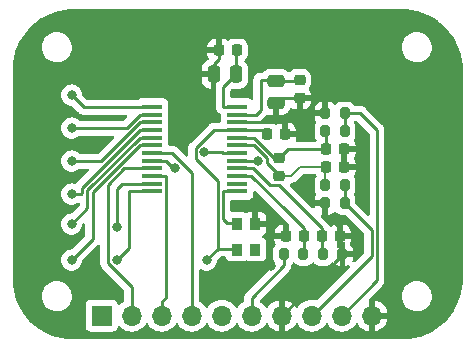
<source format=gbr>
%TF.GenerationSoftware,KiCad,Pcbnew,7.0.7*%
%TF.CreationDate,2025-03-08T19:07:00+10:30*%
%TF.ProjectId,V9381_Breakout,56393338-315f-4427-9265-616b6f75742e,rev?*%
%TF.SameCoordinates,Original*%
%TF.FileFunction,Copper,L1,Top*%
%TF.FilePolarity,Positive*%
%FSLAX46Y46*%
G04 Gerber Fmt 4.6, Leading zero omitted, Abs format (unit mm)*
G04 Created by KiCad (PCBNEW 7.0.7) date 2025-03-08 19:07:00*
%MOMM*%
%LPD*%
G01*
G04 APERTURE LIST*
G04 Aperture macros list*
%AMRoundRect*
0 Rectangle with rounded corners*
0 $1 Rounding radius*
0 $2 $3 $4 $5 $6 $7 $8 $9 X,Y pos of 4 corners*
0 Add a 4 corners polygon primitive as box body*
4,1,4,$2,$3,$4,$5,$6,$7,$8,$9,$2,$3,0*
0 Add four circle primitives for the rounded corners*
1,1,$1+$1,$2,$3*
1,1,$1+$1,$4,$5*
1,1,$1+$1,$6,$7*
1,1,$1+$1,$8,$9*
0 Add four rect primitives between the rounded corners*
20,1,$1+$1,$2,$3,$4,$5,0*
20,1,$1+$1,$4,$5,$6,$7,0*
20,1,$1+$1,$6,$7,$8,$9,0*
20,1,$1+$1,$8,$9,$2,$3,0*%
G04 Aperture macros list end*
%TA.AperFunction,SMDPad,CuDef*%
%ADD10R,0.900000X1.000000*%
%TD*%
%TA.AperFunction,SMDPad,CuDef*%
%ADD11RoundRect,0.225000X-0.225000X-0.250000X0.225000X-0.250000X0.225000X0.250000X-0.225000X0.250000X0*%
%TD*%
%TA.AperFunction,SMDPad,CuDef*%
%ADD12RoundRect,0.200000X0.200000X0.275000X-0.200000X0.275000X-0.200000X-0.275000X0.200000X-0.275000X0*%
%TD*%
%TA.AperFunction,SMDPad,CuDef*%
%ADD13RoundRect,0.225000X0.250000X-0.225000X0.250000X0.225000X-0.250000X0.225000X-0.250000X-0.225000X0*%
%TD*%
%TA.AperFunction,SMDPad,CuDef*%
%ADD14RoundRect,0.250000X0.475000X-0.250000X0.475000X0.250000X-0.475000X0.250000X-0.475000X-0.250000X0*%
%TD*%
%TA.AperFunction,ComponentPad*%
%ADD15R,1.700000X1.700000*%
%TD*%
%TA.AperFunction,ComponentPad*%
%ADD16O,1.700000X1.700000*%
%TD*%
%TA.AperFunction,SMDPad,CuDef*%
%ADD17RoundRect,0.225000X0.225000X0.250000X-0.225000X0.250000X-0.225000X-0.250000X0.225000X-0.250000X0*%
%TD*%
%TA.AperFunction,SMDPad,CuDef*%
%ADD18RoundRect,0.250000X-0.250000X-0.475000X0.250000X-0.475000X0.250000X0.475000X-0.250000X0.475000X0*%
%TD*%
%TA.AperFunction,SMDPad,CuDef*%
%ADD19RoundRect,0.200000X-0.200000X-0.275000X0.200000X-0.275000X0.200000X0.275000X-0.200000X0.275000X0*%
%TD*%
%TA.AperFunction,SMDPad,CuDef*%
%ADD20R,1.750000X0.450000*%
%TD*%
%TA.AperFunction,ViaPad*%
%ADD21C,0.800000*%
%TD*%
%TA.AperFunction,Conductor*%
%ADD22C,0.250000*%
%TD*%
%TA.AperFunction,Conductor*%
%ADD23C,0.200000*%
%TD*%
G04 APERTURE END LIST*
D10*
%TO.P,X1,1,EN*%
%TO.N,unconnected-(X1-EN-Pad1)*%
X147600000Y-100702000D03*
%TO.P,X1,2,GND*%
%TO.N,GND*%
X147600000Y-98552000D03*
%TO.P,X1,3,OUT*%
%TO.N,Net-(U1-CTI)*%
X146050000Y-98552000D03*
%TO.P,X1,4,V+*%
%TO.N,VIN*%
X146050000Y-100702000D03*
%TD*%
D11*
%TO.P,C1,1*%
%TO.N,IAN*%
X153607000Y-93726000D03*
%TO.P,C1,2*%
%TO.N,GND*%
X155157000Y-93726000D03*
%TD*%
D12*
%TO.P,R1,1*%
%TO.N,IAN_IN*%
X155194000Y-96774000D03*
%TO.P,R1,2*%
%TO.N,GND*%
X153544000Y-96774000D03*
%TD*%
%TO.P,R3,1*%
%TO.N,IAN_IN*%
X155194000Y-95250000D03*
%TO.P,R3,2*%
%TO.N,IAN*%
X153544000Y-95250000D03*
%TD*%
D13*
%TO.P,C3,1*%
%TO.N,IAN*%
X149606000Y-94501000D03*
%TO.P,C3,2*%
%TO.N,IAP*%
X149606000Y-92951000D03*
%TD*%
D14*
%TO.P,C10,1*%
%TO.N,GND*%
X149352000Y-88326000D03*
%TO.P,C10,2*%
%TO.N,Net-(U1-DVCC)*%
X149352000Y-86426000D03*
%TD*%
D12*
%TO.P,R6,1*%
%TO.N,GND*%
X155003000Y-101092000D03*
%TO.P,R6,2*%
%TO.N,UN*%
X153353000Y-101092000D03*
%TD*%
D15*
%TO.P,J1,1,Pin_1*%
%TO.N,VIN*%
X134620000Y-106299000D03*
D16*
%TO.P,J1,2,Pin_2*%
%TO.N,CS*%
X137160000Y-106299000D03*
%TO.P,J1,3,Pin_3*%
%TO.N,SCK*%
X139700000Y-106299000D03*
%TO.P,J1,4,Pin_4*%
%TO.N,RX{slash}MOSI*%
X142240000Y-106299000D03*
%TO.P,J1,5,Pin_5*%
%TO.N,TX{slash}MISO*%
X144780000Y-106299000D03*
%TO.P,J1,6,Pin_6*%
%TO.N,UP_IN*%
X147320000Y-106299000D03*
%TO.P,J1,7,Pin_7*%
%TO.N,GND*%
X149860000Y-106299000D03*
%TO.P,J1,8,Pin_8*%
%TO.N,IAN_IN*%
X152400000Y-106299000D03*
%TO.P,J1,9,Pin_9*%
%TO.N,IAP_IN*%
X154940000Y-106299000D03*
%TO.P,J1,10,Pin_10*%
%TO.N,GND*%
X157480000Y-106299000D03*
%TD*%
D11*
%TO.P,C7,1*%
%TO.N,GND*%
X144513000Y-83820000D03*
%TO.P,C7,2*%
%TO.N,Net-(U1-VREF)*%
X146063000Y-83820000D03*
%TD*%
D17*
%TO.P,C4,1*%
%TO.N,UP*%
X151739000Y-99568000D03*
%TO.P,C4,2*%
%TO.N,GND*%
X150189000Y-99568000D03*
%TD*%
D12*
%TO.P,R4,1*%
%TO.N,IAP_IN*%
X155194000Y-90678000D03*
%TO.P,R4,2*%
%TO.N,IAP*%
X153544000Y-90678000D03*
%TD*%
D11*
%TO.P,C8,1*%
%TO.N,VIN*%
X148577000Y-90932000D03*
%TO.P,C8,2*%
%TO.N,GND*%
X150127000Y-90932000D03*
%TD*%
D13*
%TO.P,C9,1*%
%TO.N,GND*%
X151384000Y-87897000D03*
%TO.P,C9,2*%
%TO.N,Net-(U1-DVCC)*%
X151384000Y-86347000D03*
%TD*%
D18*
%TO.P,C6,1*%
%TO.N,GND*%
X144084000Y-85852000D03*
%TO.P,C6,2*%
%TO.N,Net-(U1-VREF)*%
X145984000Y-85852000D03*
%TD*%
D17*
%TO.P,C2,1*%
%TO.N,GND*%
X155157000Y-92202000D03*
%TO.P,C2,2*%
%TO.N,IAP*%
X153607000Y-92202000D03*
%TD*%
D19*
%TO.P,R5,1*%
%TO.N,UP_IN*%
X150051000Y-101092000D03*
%TO.P,R5,2*%
%TO.N,UP*%
X151701000Y-101092000D03*
%TD*%
%TO.P,R2,1*%
%TO.N,GND*%
X153544000Y-89154000D03*
%TO.P,R2,2*%
%TO.N,IAP_IN*%
X155194000Y-89154000D03*
%TD*%
D17*
%TO.P,C5,1*%
%TO.N,GND*%
X154787000Y-99568000D03*
%TO.P,C5,2*%
%TO.N,UN*%
X153237000Y-99568000D03*
%TD*%
D20*
%TO.P,U1,1,CTI*%
%TO.N,Net-(U1-CTI)*%
X146094000Y-95777000D03*
%TO.P,U1,2,NC*%
%TO.N,unconnected-(U1-NC-Pad2)*%
X146094000Y-95127000D03*
%TO.P,U1,3,UP*%
%TO.N,UP*%
X146094000Y-94477000D03*
%TO.P,U1,4,UN*%
%TO.N,UN*%
X146094000Y-93827000D03*
%TO.P,U1,5,IBN*%
%TO.N,IBN*%
X146094000Y-93177000D03*
%TO.P,U1,6,IBP*%
%TO.N,IBP*%
X146094000Y-92527000D03*
%TO.P,U1,7,IAN*%
%TO.N,IAN*%
X146094000Y-91877000D03*
%TO.P,U1,8,IAP*%
%TO.N,IAP*%
X146094000Y-91227000D03*
%TO.P,U1,9,VDD*%
%TO.N,VIN*%
X146094000Y-90577000D03*
%TO.P,U1,10,VSS*%
%TO.N,GND*%
X146094000Y-89927000D03*
%TO.P,U1,11,DVCC*%
%TO.N,Net-(U1-DVCC)*%
X146094000Y-89277000D03*
%TO.P,U1,12,VREF*%
%TO.N,Net-(U1-VREF)*%
X146094000Y-88627000D03*
%TO.P,U1,13,32KIN*%
%TO.N,32KIN*%
X138894000Y-88627000D03*
%TO.P,U1,14,RSTN*%
%TO.N,~{RST}*%
X138894000Y-89277000D03*
%TO.P,U1,15,P6*%
%TO.N,P6*%
X138894000Y-89927000D03*
%TO.P,U1,16,P5*%
%TO.N,P5*%
X138894000Y-90577000D03*
%TO.P,U1,17,P3*%
%TO.N,P3*%
X138894000Y-91227000D03*
%TO.P,U1,18,P2*%
%TO.N,P2*%
X138894000Y-91877000D03*
%TO.P,U1,19,RX/MOSI*%
%TO.N,RX{slash}MOSI*%
X138894000Y-92527000D03*
%TO.P,U1,20,TX/MISO*%
%TO.N,TX{slash}MISO*%
X138894000Y-93177000D03*
%TO.P,U1,21,A1/SPCSN*%
%TO.N,CS*%
X138894000Y-93827000D03*
%TO.P,U1,22,A0/SPCK*%
%TO.N,SCK*%
X138894000Y-94477000D03*
%TO.P,U1,23,P1*%
%TO.N,P1*%
X138894000Y-95127000D03*
%TO.P,U1,24,P0*%
%TO.N,P0*%
X138894000Y-95777000D03*
%TD*%
D21*
%TO.N,VIN*%
X143510000Y-101600000D03*
%TO.N,GND*%
X156210000Y-101092000D03*
X156210000Y-99314000D03*
X128016000Y-91948000D03*
X128016000Y-97536000D03*
X128016000Y-102616000D03*
X128016000Y-86106000D03*
X164338000Y-92456000D03*
X164338000Y-98044000D03*
X164338000Y-103124000D03*
X164338000Y-86614000D03*
X145796000Y-81280000D03*
X152654000Y-81280000D03*
X139700000Y-81280000D03*
X158750000Y-81280000D03*
X133350000Y-81280000D03*
%TO.N,IBP*%
X143313000Y-92449100D03*
%TO.N,IBN*%
X147874000Y-93248500D03*
%TO.N,P0*%
X135894299Y-101595701D03*
%TO.N,P1*%
X135874000Y-98806000D03*
%TO.N,P2*%
X132080000Y-101600000D03*
%TO.N,~{RST}*%
X132080000Y-90424000D03*
%TO.N,32KIN*%
X132080000Y-87630000D03*
%TO.N,P3*%
X132080000Y-98552000D03*
%TO.N,P5*%
X132080000Y-96012000D03*
%TO.N,P6*%
X132080000Y-93218000D03*
%TO.N,TX{slash}MISO*%
X140782000Y-93763700D03*
%TO.N,GND*%
X156718000Y-96012000D03*
X156718000Y-91440000D03*
X156718000Y-94488000D03*
X148971000Y-102108000D03*
X152146000Y-95758000D03*
X149098000Y-98552000D03*
X156718000Y-92964000D03*
%TD*%
D22*
%TO.N,VIN*%
X143483000Y-101600000D02*
X144440000Y-100643000D01*
X143510000Y-101600000D02*
X143483000Y-101600000D01*
X143510000Y-101573000D02*
X143510000Y-101600000D01*
%TO.N,Net-(U1-DVCC)*%
X148082000Y-86360000D02*
X149286000Y-86360000D01*
X148082000Y-88900000D02*
X148082000Y-86360000D01*
X147705000Y-89277000D02*
X148082000Y-88900000D01*
X146094000Y-89277000D02*
X147705000Y-89277000D01*
X149286000Y-86360000D02*
X149352000Y-86426000D01*
D23*
%TO.N,IAN*%
X149606000Y-94501000D02*
X149606000Y-94353300D01*
X151384000Y-93726000D02*
X153607000Y-93726000D01*
X149606000Y-94501000D02*
X150609000Y-94501000D01*
X150609000Y-94501000D02*
X151384000Y-93726000D01*
X153544000Y-93789000D02*
X153607000Y-93726000D01*
X153544000Y-95250000D02*
X153544000Y-93789000D01*
D22*
%TO.N,GND*%
X149098000Y-99568000D02*
X150189000Y-99568000D01*
X149098000Y-98552000D02*
X147600000Y-98552000D01*
X149098000Y-98552000D02*
X149098000Y-99568000D01*
X144513000Y-84595000D02*
X144513000Y-83820000D01*
X144084000Y-85852000D02*
X144084000Y-85024000D01*
X144084000Y-85024000D02*
X144513000Y-84595000D01*
%TO.N,Net-(U1-VREF)*%
X145984000Y-83899000D02*
X146063000Y-83820000D01*
X145984000Y-85852000D02*
X145984000Y-83899000D01*
%TO.N,IAN*%
X147531000Y-91877000D02*
X148601000Y-92947400D01*
X148601000Y-92947400D02*
X148601000Y-93348600D01*
X148601000Y-93348600D02*
X149606000Y-94353300D01*
X146094000Y-91877000D02*
X147531000Y-91877000D01*
%TO.N,IAP*%
X149244000Y-92951000D02*
X147520000Y-91227000D01*
X150355000Y-92202000D02*
X149606000Y-92951000D01*
X153544000Y-90678000D02*
X153607000Y-90741000D01*
X147520000Y-91227000D02*
X146094000Y-91227000D01*
X153607000Y-92202000D02*
X150355000Y-92202000D01*
X149606000Y-92951000D02*
X149244000Y-92951000D01*
X153607000Y-90741000D02*
X153607000Y-92202000D01*
%TO.N,UP*%
X147296000Y-94477000D02*
X150189000Y-97370100D01*
X151739000Y-99568000D02*
X151739000Y-101054000D01*
X146094000Y-94477000D02*
X147296000Y-94477000D01*
X150189000Y-97370100D02*
X151739000Y-98920100D01*
X151739000Y-101054000D02*
X151701000Y-101092000D01*
X151739000Y-98920100D02*
X151739000Y-99568000D01*
%TO.N,UN*%
X149632000Y-95276000D02*
X153237000Y-98881000D01*
X146094000Y-93827000D02*
X147428000Y-93827000D01*
X153237000Y-99568000D02*
X153237000Y-100976000D01*
X148877000Y-95276000D02*
X149632000Y-95276000D01*
X153237000Y-100976000D02*
X153353000Y-101092000D01*
X153237000Y-98881000D02*
X153237000Y-99568000D01*
X147428000Y-93827000D02*
X148877000Y-95276000D01*
%TO.N,Net-(U1-VREF)*%
X146094000Y-88627000D02*
X144892000Y-88627000D01*
X144892000Y-86943900D02*
X145984000Y-85852000D01*
X144892000Y-88627000D02*
X144892000Y-86943900D01*
%TO.N,Net-(U1-DVCC)*%
X151305000Y-86426000D02*
X151384000Y-86347000D01*
X149352000Y-86426000D02*
X151305000Y-86426000D01*
%TO.N,IBP*%
X144814000Y-92449100D02*
X143313000Y-92449100D01*
X146094000Y-92527000D02*
X144892000Y-92527000D01*
X144892000Y-92527000D02*
X144814000Y-92449100D01*
%TO.N,IBN*%
X147296000Y-93177000D02*
X147367000Y-93248500D01*
X147367000Y-93248500D02*
X147874000Y-93248500D01*
X146094000Y-93177000D02*
X147296000Y-93177000D01*
%TO.N,P0*%
X135894299Y-101595701D02*
X136906000Y-100584000D01*
X136906000Y-100584000D02*
X136906000Y-95777000D01*
X136906000Y-95777000D02*
X138894000Y-95777000D01*
%TO.N,P1*%
X136302000Y-95127000D02*
X138894000Y-95127000D01*
X135874000Y-98806000D02*
X135874000Y-95555500D01*
X135874000Y-95555500D02*
X136302000Y-95127000D01*
%TO.N,P2*%
X137825000Y-91877000D02*
X138894000Y-91877000D01*
X133858000Y-99822000D02*
X133858000Y-95844100D01*
X133858000Y-95844100D02*
X137825000Y-91877000D01*
X132080000Y-101600000D02*
X133858000Y-99822000D01*
%TO.N,~{RST}*%
X136733000Y-90424000D02*
X137880000Y-89277000D01*
X137880000Y-89277000D02*
X138894000Y-89277000D01*
X132080000Y-90424000D02*
X136733000Y-90424000D01*
%TO.N,32KIN*%
X137643000Y-88676000D02*
X137692000Y-88627000D01*
X133126000Y-88676000D02*
X137643000Y-88676000D01*
X137692000Y-88627000D02*
X138894000Y-88627000D01*
X132080000Y-87630000D02*
X133126000Y-88676000D01*
%TO.N,P3*%
X137839000Y-91227000D02*
X138894000Y-91227000D01*
X133408000Y-97224000D02*
X133408000Y-95657700D01*
X132080000Y-98552000D02*
X133408000Y-97224000D01*
X133408000Y-95657700D02*
X137839000Y-91227000D01*
%TO.N,P5*%
X132958000Y-95471300D02*
X137852000Y-90577000D01*
X132842000Y-96012000D02*
X132958000Y-95896000D01*
X132080000Y-96012000D02*
X132842000Y-96012000D01*
X137852000Y-90577000D02*
X138894000Y-90577000D01*
X132958000Y-95896000D02*
X132958000Y-95471300D01*
%TO.N,P6*%
X132080000Y-93218000D02*
X134575000Y-93218000D01*
X134575000Y-93218000D02*
X137866000Y-89927000D01*
X137866000Y-89927000D02*
X138894000Y-89927000D01*
%TO.N,Net-(U1-CTI)*%
X144892000Y-98125000D02*
X144892000Y-95777000D01*
X146037000Y-98493000D02*
X145260000Y-98493000D01*
X144892000Y-95777000D02*
X146094000Y-95777000D01*
X145260000Y-98493000D02*
X144892000Y-98125000D01*
%TO.N,VIN*%
X143510000Y-101573000D02*
X143510000Y-101573000D01*
X144440000Y-100643000D02*
X146037000Y-100643000D01*
X144440000Y-94922600D02*
X144440000Y-100643000D01*
X142567000Y-92147600D02*
X142567000Y-93049400D01*
X142567000Y-93049400D02*
X144440000Y-94922600D01*
X144138000Y-90577000D02*
X142567000Y-92147600D01*
X146094000Y-90577000D02*
X144138000Y-90577000D01*
X146094000Y-90577000D02*
X148222000Y-90577000D01*
X148222000Y-90577000D02*
X148577000Y-90932000D01*
%TO.N,CS*%
X136543000Y-93827000D02*
X138894000Y-93827000D01*
X135128000Y-101854000D02*
X135128000Y-95242000D01*
X137160000Y-106299000D02*
X137160000Y-103886000D01*
X135128000Y-95242000D02*
X136543000Y-93827000D01*
X137160000Y-103886000D02*
X135128000Y-101854000D01*
%TO.N,SCK*%
X140096000Y-94477000D02*
X138894000Y-94477000D01*
X139700000Y-105122000D02*
X140096000Y-104726000D01*
X140096000Y-104726000D02*
X140096000Y-94477000D01*
X139700000Y-106299000D02*
X139700000Y-105122000D01*
%TO.N,RX{slash}MOSI*%
X140573000Y-92527000D02*
X138894000Y-92527000D01*
X142240000Y-106299000D02*
X142240000Y-94193900D01*
X142240000Y-94193900D02*
X140573000Y-92527000D01*
%TO.N,TX{slash}MISO*%
X140683000Y-93763700D02*
X140782000Y-93763700D01*
X140096000Y-93177000D02*
X140683000Y-93763700D01*
X138894000Y-93177000D02*
X140096000Y-93177000D01*
%TO.N,UP_IN*%
X147320000Y-104784000D02*
X147320000Y-106299000D01*
X150051000Y-102053000D02*
X147320000Y-104784000D01*
X150051000Y-101092000D02*
X150051000Y-102053000D01*
%TO.N,IAN_IN*%
X152400000Y-106299000D02*
X157480000Y-101219000D01*
X155194000Y-95250000D02*
X155194000Y-96774000D01*
X157480000Y-99060000D02*
X155194000Y-96774000D01*
X157480000Y-101219000D02*
X157480000Y-99060000D01*
%TO.N,IAP_IN*%
X157930000Y-90620000D02*
X156464000Y-89154000D01*
X155194000Y-89154000D02*
X155194000Y-90678000D01*
X157930000Y-103309000D02*
X157930000Y-90620000D01*
X154940000Y-106299000D02*
X157930000Y-103309000D01*
X156464000Y-89154000D02*
X155194000Y-89154000D01*
%TO.N,GND*%
X150103000Y-89927000D02*
X150114000Y-89916000D01*
X150127000Y-89929000D02*
X150127000Y-90932000D01*
X150114000Y-89916000D02*
X150127000Y-89929000D01*
X149781000Y-87897000D02*
X149352000Y-88326000D01*
X149860000Y-106299000D02*
X155003000Y-101156000D01*
X153544000Y-96774000D02*
X153544000Y-97664000D01*
X146094000Y-89927000D02*
X150103000Y-89927000D01*
X155003000Y-101156000D02*
X155003000Y-101092000D01*
X154787000Y-98907000D02*
X154787000Y-99568000D01*
X153544000Y-97664000D02*
X154787000Y-98907000D01*
X151384000Y-87897000D02*
X149781000Y-87897000D01*
%TD*%
%TA.AperFunction,Conductor*%
%TO.N,GND*%
G36*
X152743614Y-94346185D02*
G01*
X152782113Y-94385402D01*
X152792863Y-94402830D01*
X152811303Y-94470223D01*
X152791624Y-94532922D01*
X152792408Y-94533396D01*
X152790468Y-94536604D01*
X152790380Y-94536886D01*
X152789886Y-94537567D01*
X152700522Y-94685393D01*
X152649913Y-94847807D01*
X152643500Y-94918386D01*
X152643500Y-95581613D01*
X152649913Y-95652192D01*
X152649913Y-95652194D01*
X152649914Y-95652196D01*
X152700522Y-95814606D01*
X152781364Y-95948335D01*
X152799200Y-96015887D01*
X152781364Y-96076633D01*
X152700980Y-96209603D01*
X152650409Y-96371893D01*
X152644000Y-96442427D01*
X152644000Y-96524000D01*
X153670000Y-96524000D01*
X153737039Y-96543685D01*
X153782794Y-96596489D01*
X153794000Y-96648000D01*
X153794000Y-97748999D01*
X153800581Y-97748999D01*
X153871102Y-97742591D01*
X153871107Y-97742590D01*
X154033396Y-97692018D01*
X154178877Y-97604072D01*
X154178878Y-97604071D01*
X154280963Y-97501985D01*
X154342286Y-97468499D01*
X154411977Y-97473483D01*
X154456326Y-97501984D01*
X154558811Y-97604469D01*
X154558813Y-97604470D01*
X154558815Y-97604472D01*
X154704394Y-97692478D01*
X154866804Y-97743086D01*
X154937384Y-97749500D01*
X155233548Y-97749500D01*
X155300587Y-97769185D01*
X155321229Y-97785819D01*
X156818182Y-99282772D01*
X156851666Y-99344093D01*
X156854500Y-99370451D01*
X156854500Y-100908546D01*
X156834815Y-100975585D01*
X156818181Y-100996227D01*
X156060524Y-101753884D01*
X155999201Y-101787369D01*
X155929509Y-101782385D01*
X155873576Y-101740513D01*
X155849159Y-101675049D01*
X155854458Y-101629312D01*
X155896590Y-101494104D01*
X155903000Y-101423572D01*
X155903000Y-101342000D01*
X155253000Y-101342000D01*
X155253000Y-102066999D01*
X155259581Y-102066999D01*
X155330102Y-102060591D01*
X155330107Y-102060590D01*
X155465311Y-102018459D01*
X155535171Y-102017307D01*
X155594564Y-102054108D01*
X155624632Y-102117176D01*
X155615830Y-102186489D01*
X155589883Y-102224525D01*
X152855646Y-104958761D01*
X152794323Y-104992246D01*
X152735873Y-104990855D01*
X152635408Y-104963937D01*
X152400001Y-104943341D01*
X152399999Y-104943341D01*
X152164596Y-104963936D01*
X152164586Y-104963938D01*
X151936344Y-105025094D01*
X151936335Y-105025098D01*
X151722171Y-105124964D01*
X151722169Y-105124965D01*
X151528597Y-105260505D01*
X151361508Y-105427594D01*
X151231269Y-105613595D01*
X151176692Y-105657219D01*
X151107193Y-105664412D01*
X151044839Y-105632890D01*
X151028119Y-105613594D01*
X150898113Y-105427926D01*
X150898108Y-105427920D01*
X150731082Y-105260894D01*
X150537578Y-105125399D01*
X150323492Y-105025570D01*
X150323486Y-105025567D01*
X150110000Y-104968364D01*
X150110000Y-105686698D01*
X150090315Y-105753737D01*
X150037511Y-105799492D01*
X149968355Y-105809436D01*
X149895766Y-105799000D01*
X149895763Y-105799000D01*
X149824237Y-105799000D01*
X149824233Y-105799000D01*
X149751645Y-105809436D01*
X149682487Y-105799492D01*
X149629684Y-105753736D01*
X149610000Y-105686698D01*
X149610000Y-104968364D01*
X149609999Y-104968364D01*
X149396513Y-105025567D01*
X149396507Y-105025570D01*
X149182422Y-105125399D01*
X149182420Y-105125400D01*
X148988926Y-105260886D01*
X148988920Y-105260891D01*
X148821891Y-105427920D01*
X148821890Y-105427922D01*
X148691880Y-105613595D01*
X148637303Y-105657219D01*
X148567804Y-105664412D01*
X148505450Y-105632890D01*
X148488730Y-105613594D01*
X148358494Y-105427597D01*
X148191402Y-105260506D01*
X148191396Y-105260501D01*
X148100408Y-105196791D01*
X148039946Y-105154455D01*
X147996322Y-105099879D01*
X147989128Y-105030381D01*
X148020651Y-104968026D01*
X148023357Y-104965232D01*
X150434788Y-102553801D01*
X150447042Y-102543986D01*
X150446859Y-102543764D01*
X150452866Y-102538792D01*
X150452877Y-102538786D01*
X150497967Y-102490770D01*
X150500227Y-102488364D01*
X150510671Y-102477918D01*
X150521120Y-102467471D01*
X150525379Y-102461978D01*
X150529152Y-102457561D01*
X150561062Y-102423582D01*
X150570713Y-102406024D01*
X150581396Y-102389761D01*
X150593673Y-102373936D01*
X150612185Y-102331153D01*
X150614738Y-102325941D01*
X150637197Y-102285092D01*
X150642180Y-102265680D01*
X150648481Y-102247280D01*
X150656437Y-102228896D01*
X150663729Y-102182852D01*
X150664906Y-102177171D01*
X150676500Y-102132019D01*
X150676500Y-102111983D01*
X150678027Y-102092582D01*
X150681160Y-102072803D01*
X150681160Y-102072800D01*
X150679393Y-102054108D01*
X150676773Y-102026395D01*
X150676500Y-102020596D01*
X150676500Y-101983515D01*
X150696187Y-101916476D01*
X150712813Y-101895843D01*
X150788321Y-101820335D01*
X150849640Y-101786853D01*
X150919332Y-101791837D01*
X150963680Y-101820338D01*
X151065811Y-101922469D01*
X151065813Y-101922470D01*
X151065815Y-101922472D01*
X151211394Y-102010478D01*
X151373804Y-102061086D01*
X151444384Y-102067500D01*
X151444387Y-102067500D01*
X151957613Y-102067500D01*
X151957616Y-102067500D01*
X152028196Y-102061086D01*
X152190606Y-102010478D01*
X152336185Y-101922472D01*
X152365314Y-101893343D01*
X152439319Y-101819339D01*
X152500642Y-101785854D01*
X152570334Y-101790838D01*
X152614681Y-101819339D01*
X152717811Y-101922469D01*
X152717813Y-101922470D01*
X152717815Y-101922472D01*
X152863394Y-102010478D01*
X153025804Y-102061086D01*
X153096384Y-102067500D01*
X153096387Y-102067500D01*
X153609613Y-102067500D01*
X153609616Y-102067500D01*
X153680196Y-102061086D01*
X153842606Y-102010478D01*
X153988185Y-101922472D01*
X154090673Y-101819983D01*
X154151994Y-101786499D01*
X154221685Y-101791483D01*
X154266034Y-101819984D01*
X154368122Y-101922072D01*
X154513604Y-102010019D01*
X154513603Y-102010019D01*
X154675894Y-102060590D01*
X154675893Y-102060590D01*
X154746408Y-102066998D01*
X154746426Y-102066999D01*
X154752999Y-102066998D01*
X154753000Y-102066998D01*
X154753000Y-100583000D01*
X154661000Y-100583000D01*
X154593961Y-100563315D01*
X154548206Y-100510511D01*
X154537000Y-100459000D01*
X154537000Y-99818000D01*
X155037000Y-99818000D01*
X155037000Y-100077000D01*
X155129000Y-100077000D01*
X155196039Y-100096685D01*
X155241794Y-100149489D01*
X155253000Y-100201000D01*
X155253000Y-100842000D01*
X155902999Y-100842000D01*
X155902999Y-100760417D01*
X155896591Y-100689897D01*
X155896590Y-100689892D01*
X155846018Y-100527603D01*
X155758072Y-100382122D01*
X155677597Y-100301647D01*
X155644112Y-100240324D01*
X155649096Y-100170632D01*
X155659741Y-100148867D01*
X155673545Y-100126488D01*
X155726855Y-99965606D01*
X155736999Y-99866322D01*
X155737000Y-99866309D01*
X155737000Y-99818000D01*
X155037000Y-99818000D01*
X154537000Y-99818000D01*
X154537000Y-98593000D01*
X155037000Y-98593000D01*
X155037000Y-99318000D01*
X155736999Y-99318000D01*
X155736999Y-99269692D01*
X155736998Y-99269677D01*
X155726855Y-99170392D01*
X155673547Y-99009518D01*
X155673542Y-99009507D01*
X155584575Y-98865271D01*
X155584572Y-98865267D01*
X155464732Y-98745427D01*
X155464728Y-98745424D01*
X155320492Y-98656457D01*
X155320481Y-98656452D01*
X155159606Y-98603144D01*
X155060322Y-98593000D01*
X155037000Y-98593000D01*
X154537000Y-98593000D01*
X154537000Y-98592999D01*
X154513693Y-98593000D01*
X154513674Y-98593001D01*
X154414392Y-98603144D01*
X154253518Y-98656452D01*
X154253507Y-98656457D01*
X154109271Y-98745424D01*
X154109265Y-98745428D01*
X154100031Y-98754663D01*
X154038707Y-98788146D01*
X153969015Y-98783159D01*
X153924672Y-98754660D01*
X153915044Y-98745032D01*
X153915040Y-98745029D01*
X153875065Y-98720372D01*
X153828340Y-98668424D01*
X153821086Y-98649430D01*
X153815618Y-98630609D01*
X153815616Y-98630606D01*
X153805423Y-98613371D01*
X153796861Y-98595894D01*
X153789487Y-98577270D01*
X153787551Y-98574605D01*
X153762079Y-98539545D01*
X153758888Y-98534686D01*
X153757958Y-98533114D01*
X153735170Y-98494580D01*
X153735168Y-98494578D01*
X153735165Y-98494574D01*
X153721006Y-98480415D01*
X153708368Y-98465619D01*
X153705946Y-98462285D01*
X153696594Y-98449413D01*
X153660688Y-98419709D01*
X153656376Y-98415786D01*
X153201269Y-97960679D01*
X153167785Y-97899357D01*
X153172769Y-97829665D01*
X153214641Y-97773732D01*
X153280105Y-97749315D01*
X153288933Y-97748999D01*
X153294000Y-97748998D01*
X153294000Y-97024000D01*
X152644001Y-97024000D01*
X152644001Y-97104048D01*
X152624316Y-97171087D01*
X152571512Y-97216842D01*
X152502354Y-97226786D01*
X152438798Y-97197761D01*
X152432320Y-97191729D01*
X150555521Y-95314930D01*
X150522036Y-95253607D01*
X150527020Y-95183915D01*
X150568892Y-95127982D01*
X150627017Y-95104310D01*
X150765762Y-95086044D01*
X150911841Y-95025536D01*
X150963999Y-94985514D01*
X151037282Y-94929282D01*
X151058984Y-94900998D01*
X151064310Y-94894923D01*
X151596415Y-94362819D01*
X151657739Y-94329334D01*
X151684097Y-94326500D01*
X152676575Y-94326500D01*
X152743614Y-94346185D01*
G37*
%TD.AperFunction*%
%TA.AperFunction,Conductor*%
G36*
X147674701Y-95740768D02*
G01*
X147681178Y-95746797D01*
X148692074Y-96757728D01*
X149687873Y-97753561D01*
X149687898Y-97753589D01*
X149743979Y-97809669D01*
X149776070Y-97841761D01*
X149776084Y-97841774D01*
X150402681Y-98468371D01*
X150436166Y-98529694D01*
X150439000Y-98556052D01*
X150439000Y-99694000D01*
X150419315Y-99761039D01*
X150366511Y-99806794D01*
X150315000Y-99818000D01*
X149239001Y-99818000D01*
X149239001Y-99866322D01*
X149249144Y-99965607D01*
X149302452Y-100126481D01*
X149302454Y-100126486D01*
X149345747Y-100196674D01*
X149364187Y-100264067D01*
X149343264Y-100330730D01*
X149327890Y-100349451D01*
X149295530Y-100381811D01*
X149207522Y-100527393D01*
X149156913Y-100689807D01*
X149152456Y-100738855D01*
X149150545Y-100759896D01*
X149150500Y-100760386D01*
X149150500Y-101423613D01*
X149156913Y-101494192D01*
X149156913Y-101494194D01*
X149156914Y-101494196D01*
X149207522Y-101656606D01*
X149289272Y-101791837D01*
X149291120Y-101794893D01*
X149308956Y-101862448D01*
X149287438Y-101928921D01*
X149272684Y-101946724D01*
X146936208Y-104283199D01*
X146923951Y-104293020D01*
X146924134Y-104293241D01*
X146918123Y-104298213D01*
X146870772Y-104348636D01*
X146849889Y-104369519D01*
X146849877Y-104369532D01*
X146845621Y-104375017D01*
X146841837Y-104379447D01*
X146809937Y-104413418D01*
X146809936Y-104413420D01*
X146800284Y-104430976D01*
X146789610Y-104447226D01*
X146777329Y-104463061D01*
X146777324Y-104463068D01*
X146758815Y-104505838D01*
X146756245Y-104511084D01*
X146733803Y-104551906D01*
X146728822Y-104571307D01*
X146722521Y-104589710D01*
X146714562Y-104608102D01*
X146714561Y-104608105D01*
X146707271Y-104654127D01*
X146706087Y-104659846D01*
X146694501Y-104704972D01*
X146694500Y-104704982D01*
X146694500Y-104725016D01*
X146692973Y-104744415D01*
X146690934Y-104757291D01*
X146689840Y-104764196D01*
X146691992Y-104786964D01*
X146694225Y-104810580D01*
X146694500Y-104816419D01*
X146694500Y-105023773D01*
X146674815Y-105090812D01*
X146641623Y-105125348D01*
X146448597Y-105260505D01*
X146281505Y-105427597D01*
X146151575Y-105613158D01*
X146096998Y-105656783D01*
X146027500Y-105663977D01*
X145965145Y-105632454D01*
X145948425Y-105613158D01*
X145818494Y-105427597D01*
X145651402Y-105260506D01*
X145651395Y-105260501D01*
X145457834Y-105124967D01*
X145457830Y-105124965D01*
X145423492Y-105108953D01*
X145243663Y-105025097D01*
X145243659Y-105025096D01*
X145243655Y-105025094D01*
X145015413Y-104963938D01*
X145015403Y-104963936D01*
X144780001Y-104943341D01*
X144779999Y-104943341D01*
X144544596Y-104963936D01*
X144544586Y-104963938D01*
X144316344Y-105025094D01*
X144316335Y-105025098D01*
X144102171Y-105124964D01*
X144102169Y-105124965D01*
X143908597Y-105260505D01*
X143741505Y-105427597D01*
X143611575Y-105613158D01*
X143556998Y-105656783D01*
X143487500Y-105663977D01*
X143425145Y-105632454D01*
X143408425Y-105613158D01*
X143278494Y-105427597D01*
X143111402Y-105260506D01*
X143111401Y-105260505D01*
X142969790Y-105161348D01*
X142918376Y-105125347D01*
X142874751Y-105070770D01*
X142865500Y-105023772D01*
X142865500Y-102488185D01*
X142885185Y-102421146D01*
X142937989Y-102375391D01*
X143007147Y-102365447D01*
X143050373Y-102383087D01*
X143051637Y-102380899D01*
X143057270Y-102384151D01*
X143230192Y-102461142D01*
X143230197Y-102461144D01*
X143415354Y-102500500D01*
X143415355Y-102500500D01*
X143604644Y-102500500D01*
X143604646Y-102500500D01*
X143789803Y-102461144D01*
X143962730Y-102384151D01*
X144115871Y-102272888D01*
X144242533Y-102132216D01*
X144337179Y-101968284D01*
X144395674Y-101788256D01*
X144415460Y-101600000D01*
X144415459Y-101599998D01*
X144416139Y-101593537D01*
X144418315Y-101593765D01*
X144435145Y-101536453D01*
X144451779Y-101515811D01*
X144555847Y-101411744D01*
X144662771Y-101304819D01*
X144724095Y-101271334D01*
X144750453Y-101268500D01*
X145004528Y-101268500D01*
X145071567Y-101288185D01*
X145117322Y-101340989D01*
X145120710Y-101349167D01*
X145156202Y-101444328D01*
X145156206Y-101444335D01*
X145242452Y-101559544D01*
X145242455Y-101559547D01*
X145357664Y-101645793D01*
X145357671Y-101645797D01*
X145492517Y-101696091D01*
X145492516Y-101696091D01*
X145499444Y-101696835D01*
X145552127Y-101702500D01*
X146547872Y-101702499D01*
X146607483Y-101696091D01*
X146742331Y-101645796D01*
X146750687Y-101639539D01*
X146816149Y-101615121D01*
X146884422Y-101629970D01*
X146899304Y-101639534D01*
X146907669Y-101645796D01*
X147014169Y-101685518D01*
X147042517Y-101696091D01*
X147042516Y-101696091D01*
X147049444Y-101696835D01*
X147102127Y-101702500D01*
X148097872Y-101702499D01*
X148157483Y-101696091D01*
X148292331Y-101645796D01*
X148407546Y-101559546D01*
X148493796Y-101444331D01*
X148544091Y-101309483D01*
X148550500Y-101249873D01*
X148550499Y-100154128D01*
X148544091Y-100094517D01*
X148529013Y-100054092D01*
X148493797Y-99959671D01*
X148493793Y-99959664D01*
X148407547Y-99844455D01*
X148407544Y-99844452D01*
X148292335Y-99758206D01*
X148292330Y-99758203D01*
X148251340Y-99742915D01*
X148195407Y-99701043D01*
X148170990Y-99635579D01*
X148185842Y-99567306D01*
X148235247Y-99517901D01*
X148251342Y-99510551D01*
X148292084Y-99495355D01*
X148292093Y-99495350D01*
X148407187Y-99409190D01*
X148407190Y-99409187D01*
X148475453Y-99318000D01*
X149239000Y-99318000D01*
X149939000Y-99318000D01*
X149939000Y-98592999D01*
X149915693Y-98593000D01*
X149915674Y-98593001D01*
X149816392Y-98603144D01*
X149655518Y-98656452D01*
X149655507Y-98656457D01*
X149511271Y-98745424D01*
X149511267Y-98745427D01*
X149391427Y-98865267D01*
X149391424Y-98865271D01*
X149302457Y-99009507D01*
X149302452Y-99009518D01*
X149249144Y-99170393D01*
X149239000Y-99269677D01*
X149239000Y-99318000D01*
X148475453Y-99318000D01*
X148493350Y-99294093D01*
X148493354Y-99294086D01*
X148543596Y-99159379D01*
X148543598Y-99159372D01*
X148549999Y-99099844D01*
X148550000Y-99099827D01*
X148550000Y-98802000D01*
X147474000Y-98802000D01*
X147406961Y-98782315D01*
X147361206Y-98729511D01*
X147350000Y-98678000D01*
X147350000Y-97552000D01*
X147850000Y-97552000D01*
X147850000Y-98302000D01*
X148550000Y-98302000D01*
X148550000Y-98004172D01*
X148549999Y-98004155D01*
X148543598Y-97944627D01*
X148543596Y-97944620D01*
X148493354Y-97809913D01*
X148493350Y-97809906D01*
X148407190Y-97694812D01*
X148407187Y-97694809D01*
X148292093Y-97608649D01*
X148292086Y-97608645D01*
X148157379Y-97558403D01*
X148157372Y-97558401D01*
X148097844Y-97552000D01*
X147850000Y-97552000D01*
X147350000Y-97552000D01*
X147102155Y-97552000D01*
X147042627Y-97558401D01*
X147042620Y-97558403D01*
X146907913Y-97608645D01*
X146907912Y-97608646D01*
X146899725Y-97614775D01*
X146834260Y-97639190D01*
X146765987Y-97624337D01*
X146751106Y-97614773D01*
X146742331Y-97608204D01*
X146742327Y-97608202D01*
X146607482Y-97557908D01*
X146607483Y-97557908D01*
X146547883Y-97551501D01*
X146547881Y-97551500D01*
X146547873Y-97551500D01*
X146547865Y-97551500D01*
X145641500Y-97551500D01*
X145574461Y-97531815D01*
X145528706Y-97479011D01*
X145517500Y-97427500D01*
X145517500Y-96626499D01*
X145537185Y-96559460D01*
X145589989Y-96513705D01*
X145641500Y-96502499D01*
X147016871Y-96502499D01*
X147016872Y-96502499D01*
X147076483Y-96496091D01*
X147211331Y-96445796D01*
X147326546Y-96359546D01*
X147412796Y-96244331D01*
X147463091Y-96109483D01*
X147469500Y-96049873D01*
X147469499Y-95834480D01*
X147489183Y-95767442D01*
X147541987Y-95721687D01*
X147611145Y-95711743D01*
X147674701Y-95740768D01*
G37*
%TD.AperFunction*%
%TA.AperFunction,Conductor*%
G36*
X156220587Y-89799185D02*
G01*
X156241229Y-89815819D01*
X157268181Y-90842771D01*
X157301666Y-90904094D01*
X157304500Y-90930452D01*
X157304500Y-97700546D01*
X157284815Y-97767585D01*
X157232011Y-97813340D01*
X157162853Y-97823284D01*
X157099297Y-97794259D01*
X157092819Y-97788227D01*
X156130819Y-96826227D01*
X156097334Y-96764904D01*
X156094500Y-96738546D01*
X156094500Y-96442386D01*
X156091894Y-96413706D01*
X156088086Y-96371804D01*
X156037478Y-96209394D01*
X155956927Y-96076147D01*
X155939092Y-96008596D01*
X155956927Y-95947852D01*
X156037478Y-95814606D01*
X156088086Y-95652196D01*
X156094500Y-95581616D01*
X156094500Y-94918384D01*
X156088086Y-94847804D01*
X156037478Y-94685394D01*
X155957254Y-94552688D01*
X155939419Y-94485137D01*
X155957834Y-94423443D01*
X156043544Y-94284488D01*
X156043547Y-94284481D01*
X156096855Y-94123606D01*
X156106999Y-94024322D01*
X156107000Y-94024309D01*
X156107000Y-93976000D01*
X155031000Y-93976000D01*
X154963961Y-93956315D01*
X154918206Y-93903511D01*
X154907000Y-93852000D01*
X154907000Y-92452000D01*
X155407000Y-92452000D01*
X155407000Y-93476000D01*
X156106999Y-93476000D01*
X156106999Y-93427692D01*
X156106998Y-93427677D01*
X156096855Y-93328392D01*
X156043547Y-93167518D01*
X156043542Y-93167507D01*
X155958168Y-93029096D01*
X155939727Y-92961704D01*
X155958168Y-92898901D01*
X156043544Y-92760488D01*
X156043547Y-92760481D01*
X156096855Y-92599606D01*
X156106999Y-92500322D01*
X156107000Y-92500309D01*
X156107000Y-92452000D01*
X155407000Y-92452000D01*
X154907000Y-92452000D01*
X154907000Y-92076000D01*
X154926685Y-92008961D01*
X154979489Y-91963206D01*
X155031000Y-91952000D01*
X156106999Y-91952000D01*
X156106999Y-91903692D01*
X156106998Y-91903677D01*
X156096855Y-91804392D01*
X156043547Y-91643518D01*
X156043544Y-91643511D01*
X155957834Y-91504556D01*
X155939393Y-91437163D01*
X155957255Y-91375310D01*
X156037478Y-91242606D01*
X156088086Y-91080196D01*
X156094500Y-91009616D01*
X156094500Y-90346384D01*
X156088086Y-90275804D01*
X156037478Y-90113394D01*
X155956927Y-89980147D01*
X155939092Y-89912596D01*
X155956929Y-89851848D01*
X155964487Y-89839346D01*
X156016016Y-89792161D01*
X156070602Y-89779500D01*
X156153548Y-89779500D01*
X156220587Y-89799185D01*
G37*
%TD.AperFunction*%
%TA.AperFunction,Conductor*%
G36*
X160327490Y-80364356D02*
G01*
X160533680Y-80373360D01*
X160538599Y-80373773D01*
X160755984Y-80400870D01*
X160902983Y-80420223D01*
X160961763Y-80427962D01*
X160966395Y-80428751D01*
X161007931Y-80437460D01*
X161180980Y-80473744D01*
X161383675Y-80518681D01*
X161387884Y-80519772D01*
X161590273Y-80580026D01*
X161598134Y-80582367D01*
X161796301Y-80644849D01*
X161800180Y-80646215D01*
X161893878Y-80682776D01*
X162004631Y-80725993D01*
X162075188Y-80755218D01*
X162196730Y-80805562D01*
X162200195Y-80807124D01*
X162285508Y-80848832D01*
X162397483Y-80903573D01*
X162482256Y-80947703D01*
X162582038Y-80999646D01*
X162585136Y-81001374D01*
X162669186Y-81051456D01*
X162773885Y-81113843D01*
X162773988Y-81113909D01*
X162949470Y-81225703D01*
X162952173Y-81227527D01*
X163048923Y-81296605D01*
X163131111Y-81355286D01*
X163296396Y-81482114D01*
X163298678Y-81483953D01*
X163466586Y-81626164D01*
X163466658Y-81626230D01*
X163621275Y-81767911D01*
X163777880Y-81924515D01*
X163919646Y-82079226D01*
X164061801Y-82247068D01*
X164063678Y-82249395D01*
X164190512Y-82414687D01*
X164318262Y-82593612D01*
X164320094Y-82596327D01*
X164431956Y-82771914D01*
X164544426Y-82960665D01*
X164546154Y-82963763D01*
X164626064Y-83117267D01*
X164642225Y-83148312D01*
X164738662Y-83345577D01*
X164740242Y-83349082D01*
X164819809Y-83541172D01*
X164881517Y-83699317D01*
X164899580Y-83745607D01*
X164900952Y-83749502D01*
X164963428Y-83947651D01*
X165026014Y-84157873D01*
X165027122Y-84162146D01*
X165072066Y-84364873D01*
X165117048Y-84579402D01*
X165117837Y-84584034D01*
X165144928Y-84789807D01*
X165172021Y-85007170D01*
X165172438Y-85012136D01*
X165181478Y-85219147D01*
X165182904Y-85253639D01*
X165190012Y-85425501D01*
X165190398Y-85434814D01*
X165190398Y-103214898D01*
X165181410Y-103432196D01*
X165172441Y-103637609D01*
X165172024Y-103642575D01*
X165144852Y-103860566D01*
X165117846Y-104065705D01*
X165117056Y-104070338D01*
X165071988Y-104285280D01*
X165027134Y-104487597D01*
X165026026Y-104491869D01*
X164963352Y-104702389D01*
X164900972Y-104900233D01*
X164899600Y-104904128D01*
X164819730Y-105108817D01*
X164740267Y-105300656D01*
X164738687Y-105304161D01*
X164642154Y-105501622D01*
X164546192Y-105685962D01*
X164544458Y-105689071D01*
X164431888Y-105877991D01*
X164320131Y-106053412D01*
X164318300Y-106056126D01*
X164190446Y-106235197D01*
X164063742Y-106400321D01*
X164061865Y-106402649D01*
X163919566Y-106570661D01*
X163777955Y-106725202D01*
X163621202Y-106881955D01*
X163466661Y-107023566D01*
X163298649Y-107165865D01*
X163296321Y-107167742D01*
X163131197Y-107294446D01*
X162952126Y-107422300D01*
X162949412Y-107424131D01*
X162773991Y-107535888D01*
X162585071Y-107648458D01*
X162581962Y-107650192D01*
X162397622Y-107746154D01*
X162200161Y-107842687D01*
X162196656Y-107844267D01*
X162004817Y-107923730D01*
X161800128Y-108003600D01*
X161796233Y-108004972D01*
X161598389Y-108067352D01*
X161387869Y-108130026D01*
X161383597Y-108131134D01*
X161181280Y-108175988D01*
X160966338Y-108221056D01*
X160961705Y-108221846D01*
X160756566Y-108248852D01*
X160538575Y-108276024D01*
X160533609Y-108276441D01*
X160328196Y-108285410D01*
X160110898Y-108294398D01*
X132170898Y-108294398D01*
X131952743Y-108285375D01*
X131748234Y-108276446D01*
X131743267Y-108276029D01*
X131524646Y-108248779D01*
X131320141Y-108221855D01*
X131315509Y-108221066D01*
X131100187Y-108175918D01*
X131065182Y-108168158D01*
X130898254Y-108131150D01*
X130893982Y-108130042D01*
X130683161Y-108067278D01*
X130485614Y-108004991D01*
X130481719Y-108003619D01*
X130276796Y-107923657D01*
X130085207Y-107844298D01*
X130081703Y-107842718D01*
X129884017Y-107746076D01*
X129699880Y-107650220D01*
X129696792Y-107648498D01*
X129507672Y-107535807D01*
X129461743Y-107506547D01*
X129332450Y-107424178D01*
X129329753Y-107422358D01*
X129150496Y-107294370D01*
X128985554Y-107167806D01*
X128983226Y-107165929D01*
X128899552Y-107095061D01*
X128815071Y-107023509D01*
X128660644Y-106882003D01*
X128589066Y-106810425D01*
X128503784Y-106725142D01*
X128362301Y-106570742D01*
X128219867Y-106402571D01*
X128218007Y-106400264D01*
X128091419Y-106235291D01*
X128071886Y-106207933D01*
X127963440Y-106056045D01*
X127961620Y-106053347D01*
X127849983Y-105878111D01*
X127754921Y-105718576D01*
X127737296Y-105688997D01*
X127735578Y-105685918D01*
X127639720Y-105501775D01*
X127543072Y-105304078D01*
X127541508Y-105300609D01*
X127525054Y-105260886D01*
X127462140Y-105108999D01*
X127382162Y-104904031D01*
X127380814Y-104900206D01*
X127318524Y-104702647D01*
X127302255Y-104648002D01*
X129534647Y-104648002D01*
X129554021Y-104869457D01*
X129554022Y-104869465D01*
X129611558Y-105084191D01*
X129611559Y-105084193D01*
X129611560Y-105084196D01*
X129637801Y-105140470D01*
X129705511Y-105285676D01*
X129716000Y-105300656D01*
X129833023Y-105467781D01*
X129990219Y-105624977D01*
X130172323Y-105752488D01*
X130373804Y-105846440D01*
X130373811Y-105846442D01*
X130373814Y-105846443D01*
X130409313Y-105855955D01*
X130412422Y-105856875D01*
X130416745Y-105858279D01*
X130416755Y-105858283D01*
X130425158Y-105860200D01*
X130588537Y-105903978D01*
X130630378Y-105907638D01*
X130638778Y-105908957D01*
X130639179Y-105909049D01*
X130641917Y-105909674D01*
X130641939Y-105909678D01*
X130675563Y-105917351D01*
X130707475Y-105914383D01*
X130810000Y-105923353D01*
X130856024Y-105919326D01*
X130864186Y-105919154D01*
X130867093Y-105919285D01*
X130867098Y-105919284D01*
X130868448Y-105919345D01*
X130868461Y-105919345D01*
X130902036Y-105920853D01*
X130931627Y-105912712D01*
X131031463Y-105903978D01*
X131080183Y-105890923D01*
X131087886Y-105889377D01*
X131093173Y-105888661D01*
X131093175Y-105888660D01*
X131095724Y-105888315D01*
X131095742Y-105888312D01*
X131125510Y-105884279D01*
X131151954Y-105871692D01*
X131228600Y-105851154D01*
X131246186Y-105846443D01*
X131246188Y-105846442D01*
X131246196Y-105846440D01*
X131295821Y-105823299D01*
X131302841Y-105820534D01*
X131310150Y-105818160D01*
X131310156Y-105818156D01*
X131315442Y-105816439D01*
X131315454Y-105816435D01*
X131338940Y-105808803D01*
X131361599Y-105792626D01*
X131447677Y-105752488D01*
X131496124Y-105718564D01*
X131502284Y-105714768D01*
X131511053Y-105710050D01*
X131511056Y-105710047D01*
X131535587Y-105696847D01*
X131554028Y-105678019D01*
X131629781Y-105624977D01*
X131674779Y-105579978D01*
X131679935Y-105575370D01*
X131689423Y-105567805D01*
X131689424Y-105567802D01*
X131694636Y-105563647D01*
X131695654Y-105563231D01*
X131698146Y-105560849D01*
X131709298Y-105551955D01*
X131723294Y-105531463D01*
X131786977Y-105467781D01*
X131826105Y-105411901D01*
X131830196Y-105406676D01*
X131839528Y-105395996D01*
X131839531Y-105395990D01*
X131839709Y-105395787D01*
X131841954Y-105394356D01*
X131846873Y-105387586D01*
X131854621Y-105378717D01*
X131864165Y-105357544D01*
X131914488Y-105285677D01*
X131945324Y-105219548D01*
X131948270Y-105213991D01*
X131953608Y-105205057D01*
X131956634Y-105202257D01*
X131962270Y-105190556D01*
X131967005Y-105182630D01*
X131972296Y-105161706D01*
X132008440Y-105084196D01*
X132008440Y-105084194D01*
X132008442Y-105084191D01*
X132008442Y-105084190D01*
X132014045Y-105063279D01*
X132028583Y-105009021D01*
X132030406Y-105003337D01*
X132032697Y-104997233D01*
X132036010Y-104992827D01*
X132040628Y-104976097D01*
X132042953Y-104969902D01*
X132044384Y-104950051D01*
X132065978Y-104869463D01*
X132073198Y-104786930D01*
X132073951Y-104781317D01*
X132077444Y-104762072D01*
X132077444Y-104762067D01*
X132078311Y-104757291D01*
X132078314Y-104757269D01*
X132079694Y-104749660D01*
X132077998Y-104737304D01*
X132078112Y-104732216D01*
X132078326Y-104728314D01*
X132085353Y-104648000D01*
X132078326Y-104567690D01*
X132078112Y-104563780D01*
X132077999Y-104558697D01*
X132080353Y-104549969D01*
X132077746Y-104535600D01*
X132077741Y-104535568D01*
X132077444Y-104533932D01*
X132077444Y-104533928D01*
X132073951Y-104514682D01*
X132073198Y-104509069D01*
X132065978Y-104426537D01*
X132044383Y-104345944D01*
X132044742Y-104330863D01*
X132040629Y-104319905D01*
X132036892Y-104306363D01*
X132032686Y-104298736D01*
X132030410Y-104292671D01*
X132028572Y-104286938D01*
X132008442Y-104211811D01*
X132008439Y-104211802D01*
X131988990Y-104170094D01*
X131972296Y-104134294D01*
X131969838Y-104118109D01*
X131962267Y-104105437D01*
X131957728Y-104096013D01*
X131953606Y-104090938D01*
X131948279Y-104082022D01*
X131945309Y-104076419D01*
X131914488Y-104010324D01*
X131914487Y-104010322D01*
X131864166Y-103938456D01*
X131858534Y-103921757D01*
X131846872Y-103908409D01*
X131842927Y-103902979D01*
X131839715Y-103900217D01*
X131830193Y-103889318D01*
X131826100Y-103884093D01*
X131797926Y-103843856D01*
X131786978Y-103828220D01*
X131758517Y-103799759D01*
X131723295Y-103764537D01*
X131714268Y-103748005D01*
X131698145Y-103735148D01*
X131696158Y-103733248D01*
X131694641Y-103732354D01*
X131679944Y-103720634D01*
X131674754Y-103715996D01*
X131629782Y-103671023D01*
X131554029Y-103617981D01*
X131541536Y-103602352D01*
X131502297Y-103581237D01*
X131496110Y-103577424D01*
X131447682Y-103543515D01*
X131447680Y-103543514D01*
X131447679Y-103543513D01*
X131447677Y-103543512D01*
X131361599Y-103503373D01*
X131345732Y-103489402D01*
X131315007Y-103479418D01*
X131314998Y-103479416D01*
X131302844Y-103475465D01*
X131295801Y-103472690D01*
X131246195Y-103449559D01*
X131151952Y-103424307D01*
X131132955Y-103412728D01*
X131094197Y-103407477D01*
X131087891Y-103406622D01*
X131080165Y-103405070D01*
X131031467Y-103392023D01*
X131031465Y-103392022D01*
X131031463Y-103392022D01*
X131031461Y-103392021D01*
X131031457Y-103392021D01*
X130931623Y-103383287D01*
X130909904Y-103374791D01*
X130864190Y-103376844D01*
X130855998Y-103376670D01*
X130810004Y-103372647D01*
X130809998Y-103372647D01*
X130707463Y-103381617D01*
X130683582Y-103376817D01*
X130639180Y-103386950D01*
X130639179Y-103386951D01*
X130638786Y-103387040D01*
X130630391Y-103388359D01*
X130588540Y-103392021D01*
X130588534Y-103392022D01*
X130425172Y-103435796D01*
X130416744Y-103437719D01*
X130412408Y-103439127D01*
X130409315Y-103440043D01*
X130373806Y-103449558D01*
X130373803Y-103449559D01*
X130172323Y-103543512D01*
X130172319Y-103543514D01*
X129990217Y-103671023D01*
X129833023Y-103828217D01*
X129705514Y-104010319D01*
X129705512Y-104010323D01*
X129611561Y-104211800D01*
X129554022Y-104426535D01*
X129554021Y-104426542D01*
X129534647Y-104647997D01*
X129534647Y-104648002D01*
X127302255Y-104648002D01*
X127255747Y-104491785D01*
X127254647Y-104487539D01*
X127249222Y-104463068D01*
X127209893Y-104285671D01*
X127164726Y-104070258D01*
X127163950Y-104065705D01*
X127137021Y-103861159D01*
X127109766Y-103642504D01*
X127109352Y-103637580D01*
X127100471Y-103434189D01*
X127091402Y-103214898D01*
X127091398Y-103214809D01*
X127091398Y-101600000D01*
X131174540Y-101600000D01*
X131194326Y-101788256D01*
X131194327Y-101788259D01*
X131252818Y-101968277D01*
X131252821Y-101968284D01*
X131347467Y-102132216D01*
X131463861Y-102261484D01*
X131474129Y-102272888D01*
X131627265Y-102384148D01*
X131627270Y-102384151D01*
X131800192Y-102461142D01*
X131800197Y-102461144D01*
X131985354Y-102500500D01*
X131985355Y-102500500D01*
X132174644Y-102500500D01*
X132174646Y-102500500D01*
X132359803Y-102461144D01*
X132532730Y-102384151D01*
X132685871Y-102272888D01*
X132812533Y-102132216D01*
X132907179Y-101968284D01*
X132965674Y-101788256D01*
X132983321Y-101620345D01*
X133009905Y-101555732D01*
X133018952Y-101545636D01*
X134241786Y-100322802D01*
X134254048Y-100312980D01*
X134253865Y-100312759D01*
X134259870Y-100307789D01*
X134259877Y-100307786D01*
X134288106Y-100277724D01*
X134348348Y-100242329D01*
X134418162Y-100245121D01*
X134475383Y-100285215D01*
X134501845Y-100349880D01*
X134502500Y-100362607D01*
X134502500Y-101771255D01*
X134500775Y-101786872D01*
X134501061Y-101786899D01*
X134500326Y-101794665D01*
X134502500Y-101863814D01*
X134502500Y-101893343D01*
X134502501Y-101893360D01*
X134503368Y-101900231D01*
X134503826Y-101906050D01*
X134505290Y-101952624D01*
X134505291Y-101952627D01*
X134510880Y-101971867D01*
X134514824Y-101990911D01*
X134517336Y-102010792D01*
X134522370Y-102023507D01*
X134534490Y-102054119D01*
X134536382Y-102059647D01*
X134540204Y-102072803D01*
X134549382Y-102104390D01*
X134556943Y-102117176D01*
X134559580Y-102121634D01*
X134568138Y-102139103D01*
X134575514Y-102157732D01*
X134602898Y-102195423D01*
X134606106Y-102200307D01*
X134629827Y-102240416D01*
X134629833Y-102240424D01*
X134643990Y-102254580D01*
X134656628Y-102269376D01*
X134668405Y-102285586D01*
X134668406Y-102285587D01*
X134704309Y-102315288D01*
X134708620Y-102319210D01*
X135603808Y-103214398D01*
X136498181Y-104108771D01*
X136531666Y-104170094D01*
X136534500Y-104196452D01*
X136534500Y-105023773D01*
X136514815Y-105090812D01*
X136481623Y-105125348D01*
X136288600Y-105260503D01*
X136166673Y-105382430D01*
X136105350Y-105415914D01*
X136035658Y-105410930D01*
X135979725Y-105369058D01*
X135962810Y-105338081D01*
X135913797Y-105206671D01*
X135913793Y-105206664D01*
X135827547Y-105091455D01*
X135827544Y-105091452D01*
X135712335Y-105005206D01*
X135712328Y-105005202D01*
X135577482Y-104954908D01*
X135577483Y-104954908D01*
X135517883Y-104948501D01*
X135517881Y-104948500D01*
X135517873Y-104948500D01*
X135517864Y-104948500D01*
X133722129Y-104948500D01*
X133722123Y-104948501D01*
X133662516Y-104954908D01*
X133527671Y-105005202D01*
X133527664Y-105005206D01*
X133412455Y-105091452D01*
X133412452Y-105091455D01*
X133326206Y-105206664D01*
X133326202Y-105206671D01*
X133275908Y-105341517D01*
X133269501Y-105401116D01*
X133269500Y-105401135D01*
X133269500Y-107196870D01*
X133269501Y-107196876D01*
X133275908Y-107256483D01*
X133326202Y-107391328D01*
X133326206Y-107391335D01*
X133412452Y-107506544D01*
X133412455Y-107506547D01*
X133527664Y-107592793D01*
X133527671Y-107592797D01*
X133662517Y-107643091D01*
X133662516Y-107643091D01*
X133669444Y-107643835D01*
X133722127Y-107649500D01*
X135517872Y-107649499D01*
X135577483Y-107643091D01*
X135712331Y-107592796D01*
X135827546Y-107506546D01*
X135913796Y-107391331D01*
X135962810Y-107259916D01*
X136004681Y-107203984D01*
X136070145Y-107179566D01*
X136138418Y-107194417D01*
X136166673Y-107215568D01*
X136288599Y-107337495D01*
X136385384Y-107405264D01*
X136482165Y-107473032D01*
X136482167Y-107473033D01*
X136482170Y-107473035D01*
X136696337Y-107572903D01*
X136696343Y-107572904D01*
X136696344Y-107572905D01*
X136751285Y-107587626D01*
X136924592Y-107634063D01*
X137101034Y-107649500D01*
X137159999Y-107654659D01*
X137160000Y-107654659D01*
X137160001Y-107654659D01*
X137218966Y-107649500D01*
X137395408Y-107634063D01*
X137623663Y-107572903D01*
X137837830Y-107473035D01*
X138031401Y-107337495D01*
X138198495Y-107170401D01*
X138328424Y-106984842D01*
X138383002Y-106941217D01*
X138452500Y-106934023D01*
X138514855Y-106965546D01*
X138531575Y-106984842D01*
X138661281Y-107170082D01*
X138661505Y-107170401D01*
X138828599Y-107337495D01*
X138925384Y-107405265D01*
X139022165Y-107473032D01*
X139022167Y-107473033D01*
X139022170Y-107473035D01*
X139236337Y-107572903D01*
X139236343Y-107572904D01*
X139236344Y-107572905D01*
X139291285Y-107587626D01*
X139464592Y-107634063D01*
X139641034Y-107649500D01*
X139699999Y-107654659D01*
X139700000Y-107654659D01*
X139700001Y-107654659D01*
X139758966Y-107649500D01*
X139935408Y-107634063D01*
X140163663Y-107572903D01*
X140377830Y-107473035D01*
X140571401Y-107337495D01*
X140738495Y-107170401D01*
X140868424Y-106984842D01*
X140923002Y-106941217D01*
X140992500Y-106934023D01*
X141054855Y-106965546D01*
X141071575Y-106984842D01*
X141201281Y-107170082D01*
X141201505Y-107170401D01*
X141368599Y-107337495D01*
X141465384Y-107405265D01*
X141562165Y-107473032D01*
X141562167Y-107473033D01*
X141562170Y-107473035D01*
X141776337Y-107572903D01*
X141776343Y-107572904D01*
X141776344Y-107572905D01*
X141831285Y-107587626D01*
X142004592Y-107634063D01*
X142181034Y-107649500D01*
X142239999Y-107654659D01*
X142240000Y-107654659D01*
X142240001Y-107654659D01*
X142298966Y-107649500D01*
X142475408Y-107634063D01*
X142703663Y-107572903D01*
X142917830Y-107473035D01*
X143111401Y-107337495D01*
X143278495Y-107170401D01*
X143408424Y-106984842D01*
X143463002Y-106941217D01*
X143532500Y-106934023D01*
X143594855Y-106965546D01*
X143611575Y-106984842D01*
X143741281Y-107170082D01*
X143741505Y-107170401D01*
X143908599Y-107337495D01*
X144005384Y-107405265D01*
X144102165Y-107473032D01*
X144102167Y-107473033D01*
X144102170Y-107473035D01*
X144316337Y-107572903D01*
X144316343Y-107572904D01*
X144316344Y-107572905D01*
X144371285Y-107587626D01*
X144544592Y-107634063D01*
X144721034Y-107649500D01*
X144779999Y-107654659D01*
X144780000Y-107654659D01*
X144780001Y-107654659D01*
X144838966Y-107649500D01*
X145015408Y-107634063D01*
X145243663Y-107572903D01*
X145457830Y-107473035D01*
X145651401Y-107337495D01*
X145818495Y-107170401D01*
X145948424Y-106984842D01*
X146003002Y-106941217D01*
X146072500Y-106934023D01*
X146134855Y-106965546D01*
X146151575Y-106984842D01*
X146281281Y-107170082D01*
X146281505Y-107170401D01*
X146448599Y-107337495D01*
X146545384Y-107405265D01*
X146642165Y-107473032D01*
X146642167Y-107473033D01*
X146642170Y-107473035D01*
X146856337Y-107572903D01*
X146856343Y-107572904D01*
X146856344Y-107572905D01*
X146911285Y-107587626D01*
X147084592Y-107634063D01*
X147261034Y-107649500D01*
X147319999Y-107654659D01*
X147320000Y-107654659D01*
X147320001Y-107654659D01*
X147378966Y-107649500D01*
X147555408Y-107634063D01*
X147783663Y-107572903D01*
X147997830Y-107473035D01*
X148191401Y-107337495D01*
X148358495Y-107170401D01*
X148488730Y-106984405D01*
X148543307Y-106940781D01*
X148612805Y-106933587D01*
X148675160Y-106965110D01*
X148691879Y-106984405D01*
X148821890Y-107170078D01*
X148988917Y-107337105D01*
X149182421Y-107472600D01*
X149396507Y-107572429D01*
X149396516Y-107572433D01*
X149610000Y-107629634D01*
X149610000Y-106911301D01*
X149629685Y-106844262D01*
X149682489Y-106798507D01*
X149751647Y-106788563D01*
X149824237Y-106799000D01*
X149824238Y-106799000D01*
X149895762Y-106799000D01*
X149895763Y-106799000D01*
X149968353Y-106788563D01*
X150037512Y-106798507D01*
X150090315Y-106844262D01*
X150110000Y-106911301D01*
X150110000Y-107629633D01*
X150323483Y-107572433D01*
X150323492Y-107572429D01*
X150537578Y-107472600D01*
X150731082Y-107337105D01*
X150898105Y-107170082D01*
X151028119Y-106984405D01*
X151082696Y-106940781D01*
X151152195Y-106933588D01*
X151214549Y-106965110D01*
X151231269Y-106984405D01*
X151361505Y-107170401D01*
X151528599Y-107337495D01*
X151625384Y-107405265D01*
X151722165Y-107473032D01*
X151722167Y-107473033D01*
X151722170Y-107473035D01*
X151936337Y-107572903D01*
X151936343Y-107572904D01*
X151936344Y-107572905D01*
X151991285Y-107587626D01*
X152164592Y-107634063D01*
X152341034Y-107649500D01*
X152399999Y-107654659D01*
X152400000Y-107654659D01*
X152400001Y-107654659D01*
X152458966Y-107649500D01*
X152635408Y-107634063D01*
X152863663Y-107572903D01*
X153077830Y-107473035D01*
X153271401Y-107337495D01*
X153438495Y-107170401D01*
X153568424Y-106984842D01*
X153623002Y-106941217D01*
X153692500Y-106934023D01*
X153754855Y-106965546D01*
X153771575Y-106984842D01*
X153901281Y-107170082D01*
X153901505Y-107170401D01*
X154068599Y-107337495D01*
X154165384Y-107405265D01*
X154262165Y-107473032D01*
X154262167Y-107473033D01*
X154262170Y-107473035D01*
X154476337Y-107572903D01*
X154476343Y-107572904D01*
X154476344Y-107572905D01*
X154531285Y-107587626D01*
X154704592Y-107634063D01*
X154881034Y-107649500D01*
X154939999Y-107654659D01*
X154940000Y-107654659D01*
X154940001Y-107654659D01*
X154998966Y-107649500D01*
X155175408Y-107634063D01*
X155403663Y-107572903D01*
X155617830Y-107473035D01*
X155811401Y-107337495D01*
X155978495Y-107170401D01*
X156108730Y-106984405D01*
X156163307Y-106940781D01*
X156232805Y-106933587D01*
X156295160Y-106965110D01*
X156311879Y-106984405D01*
X156441890Y-107170078D01*
X156608917Y-107337105D01*
X156802421Y-107472600D01*
X157016507Y-107572429D01*
X157016516Y-107572433D01*
X157230000Y-107629634D01*
X157230000Y-106911301D01*
X157249685Y-106844262D01*
X157302489Y-106798507D01*
X157371647Y-106788563D01*
X157444237Y-106799000D01*
X157444238Y-106799000D01*
X157515762Y-106799000D01*
X157515763Y-106799000D01*
X157588353Y-106788563D01*
X157657512Y-106798507D01*
X157710315Y-106844262D01*
X157730000Y-106911301D01*
X157730000Y-107629633D01*
X157943483Y-107572433D01*
X157943492Y-107572429D01*
X158157578Y-107472600D01*
X158351082Y-107337105D01*
X158518105Y-107170082D01*
X158653600Y-106976578D01*
X158753429Y-106762492D01*
X158753432Y-106762486D01*
X158810636Y-106549000D01*
X158093347Y-106549000D01*
X158026308Y-106529315D01*
X157980553Y-106476511D01*
X157970609Y-106407353D01*
X157974369Y-106390067D01*
X157980000Y-106370888D01*
X157980000Y-106227111D01*
X157974369Y-106207933D01*
X157974370Y-106138064D01*
X158012145Y-106079286D01*
X158075701Y-106050262D01*
X158093347Y-106049000D01*
X158810636Y-106049000D01*
X158810635Y-106048999D01*
X158753432Y-105835513D01*
X158753429Y-105835507D01*
X158653600Y-105621422D01*
X158653599Y-105621420D01*
X158518113Y-105427926D01*
X158518108Y-105427920D01*
X158351082Y-105260894D01*
X158157578Y-105125399D01*
X157943492Y-105025570D01*
X157943486Y-105025567D01*
X157730000Y-104968364D01*
X157730000Y-105686698D01*
X157710315Y-105753737D01*
X157657511Y-105799492D01*
X157588355Y-105809436D01*
X157515766Y-105799000D01*
X157515763Y-105799000D01*
X157444237Y-105799000D01*
X157444233Y-105799000D01*
X157371645Y-105809436D01*
X157302487Y-105799492D01*
X157249684Y-105753736D01*
X157230000Y-105686698D01*
X157230000Y-104944950D01*
X157249685Y-104877911D01*
X157266314Y-104857274D01*
X157475586Y-104648002D01*
X160014647Y-104648002D01*
X160034021Y-104869457D01*
X160034022Y-104869465D01*
X160091558Y-105084191D01*
X160091559Y-105084193D01*
X160091560Y-105084196D01*
X160117801Y-105140470D01*
X160185511Y-105285676D01*
X160196000Y-105300656D01*
X160313023Y-105467781D01*
X160470219Y-105624977D01*
X160652323Y-105752488D01*
X160853804Y-105846440D01*
X160853811Y-105846442D01*
X160853814Y-105846443D01*
X160889313Y-105855955D01*
X160892422Y-105856875D01*
X160896745Y-105858279D01*
X160896755Y-105858283D01*
X160905158Y-105860200D01*
X161068537Y-105903978D01*
X161110378Y-105907638D01*
X161118778Y-105908957D01*
X161119179Y-105909049D01*
X161121917Y-105909674D01*
X161121939Y-105909678D01*
X161155563Y-105917351D01*
X161187475Y-105914383D01*
X161290000Y-105923353D01*
X161336024Y-105919326D01*
X161344186Y-105919154D01*
X161347093Y-105919285D01*
X161347098Y-105919284D01*
X161348448Y-105919345D01*
X161348461Y-105919345D01*
X161382036Y-105920853D01*
X161411627Y-105912712D01*
X161511463Y-105903978D01*
X161560183Y-105890923D01*
X161567886Y-105889377D01*
X161573173Y-105888661D01*
X161573175Y-105888660D01*
X161575724Y-105888315D01*
X161575742Y-105888312D01*
X161605510Y-105884279D01*
X161631954Y-105871692D01*
X161708600Y-105851154D01*
X161726186Y-105846443D01*
X161726188Y-105846442D01*
X161726196Y-105846440D01*
X161775821Y-105823299D01*
X161782841Y-105820534D01*
X161790150Y-105818160D01*
X161790156Y-105818156D01*
X161795442Y-105816439D01*
X161795454Y-105816435D01*
X161818940Y-105808803D01*
X161841599Y-105792626D01*
X161927677Y-105752488D01*
X161976124Y-105718564D01*
X161982284Y-105714768D01*
X161991053Y-105710050D01*
X161991056Y-105710047D01*
X162015587Y-105696847D01*
X162034028Y-105678019D01*
X162109781Y-105624977D01*
X162154779Y-105579978D01*
X162159935Y-105575370D01*
X162169423Y-105567805D01*
X162169424Y-105567802D01*
X162174636Y-105563647D01*
X162175654Y-105563231D01*
X162178146Y-105560849D01*
X162189298Y-105551955D01*
X162203294Y-105531463D01*
X162266977Y-105467781D01*
X162306105Y-105411901D01*
X162310196Y-105406676D01*
X162319528Y-105395996D01*
X162319531Y-105395990D01*
X162319709Y-105395787D01*
X162321954Y-105394356D01*
X162326873Y-105387586D01*
X162334621Y-105378717D01*
X162344165Y-105357544D01*
X162394488Y-105285677D01*
X162425324Y-105219548D01*
X162428270Y-105213991D01*
X162433608Y-105205057D01*
X162436634Y-105202257D01*
X162442270Y-105190556D01*
X162447005Y-105182630D01*
X162452296Y-105161706D01*
X162488440Y-105084196D01*
X162488440Y-105084194D01*
X162488442Y-105084191D01*
X162488442Y-105084190D01*
X162494045Y-105063279D01*
X162508583Y-105009021D01*
X162510406Y-105003337D01*
X162512697Y-104997233D01*
X162516010Y-104992827D01*
X162520628Y-104976097D01*
X162522953Y-104969902D01*
X162524384Y-104950051D01*
X162545978Y-104869463D01*
X162553198Y-104786930D01*
X162553951Y-104781317D01*
X162557444Y-104762072D01*
X162557444Y-104762067D01*
X162558311Y-104757291D01*
X162558314Y-104757269D01*
X162559694Y-104749660D01*
X162557998Y-104737304D01*
X162558112Y-104732216D01*
X162558326Y-104728314D01*
X162565353Y-104648000D01*
X162558326Y-104567690D01*
X162558112Y-104563780D01*
X162557999Y-104558697D01*
X162560353Y-104549969D01*
X162557746Y-104535600D01*
X162557741Y-104535568D01*
X162557444Y-104533932D01*
X162557444Y-104533928D01*
X162553951Y-104514682D01*
X162553198Y-104509069D01*
X162545978Y-104426537D01*
X162524383Y-104345944D01*
X162524742Y-104330863D01*
X162520629Y-104319905D01*
X162516892Y-104306363D01*
X162512686Y-104298736D01*
X162510410Y-104292671D01*
X162508572Y-104286938D01*
X162488442Y-104211811D01*
X162488439Y-104211802D01*
X162468990Y-104170094D01*
X162452296Y-104134294D01*
X162449838Y-104118109D01*
X162442267Y-104105437D01*
X162437728Y-104096013D01*
X162433606Y-104090938D01*
X162428279Y-104082022D01*
X162425309Y-104076419D01*
X162394488Y-104010324D01*
X162394487Y-104010322D01*
X162344166Y-103938456D01*
X162338534Y-103921757D01*
X162326872Y-103908409D01*
X162322927Y-103902979D01*
X162319715Y-103900217D01*
X162310193Y-103889318D01*
X162306100Y-103884093D01*
X162277926Y-103843856D01*
X162266978Y-103828220D01*
X162238517Y-103799759D01*
X162203295Y-103764537D01*
X162194268Y-103748005D01*
X162178145Y-103735148D01*
X162176158Y-103733248D01*
X162174641Y-103732354D01*
X162159944Y-103720634D01*
X162154754Y-103715996D01*
X162109782Y-103671023D01*
X162034029Y-103617981D01*
X162021536Y-103602352D01*
X161982297Y-103581237D01*
X161976110Y-103577424D01*
X161927682Y-103543515D01*
X161927680Y-103543514D01*
X161927679Y-103543513D01*
X161927677Y-103543512D01*
X161841599Y-103503373D01*
X161825732Y-103489402D01*
X161795007Y-103479418D01*
X161794998Y-103479416D01*
X161782844Y-103475465D01*
X161775801Y-103472690D01*
X161726195Y-103449559D01*
X161631952Y-103424307D01*
X161612955Y-103412728D01*
X161574197Y-103407477D01*
X161567891Y-103406622D01*
X161560165Y-103405070D01*
X161511467Y-103392023D01*
X161511465Y-103392022D01*
X161511463Y-103392022D01*
X161511461Y-103392021D01*
X161511457Y-103392021D01*
X161411623Y-103383287D01*
X161389904Y-103374791D01*
X161344190Y-103376844D01*
X161335998Y-103376670D01*
X161290004Y-103372647D01*
X161289998Y-103372647D01*
X161187463Y-103381617D01*
X161163582Y-103376817D01*
X161119180Y-103386950D01*
X161119179Y-103386951D01*
X161118786Y-103387040D01*
X161110391Y-103388359D01*
X161068540Y-103392021D01*
X161068534Y-103392022D01*
X160905172Y-103435796D01*
X160896744Y-103437719D01*
X160892408Y-103439127D01*
X160889315Y-103440043D01*
X160853806Y-103449558D01*
X160853803Y-103449559D01*
X160652323Y-103543512D01*
X160652319Y-103543514D01*
X160470217Y-103671023D01*
X160313023Y-103828217D01*
X160185514Y-104010319D01*
X160185512Y-104010323D01*
X160091561Y-104211800D01*
X160034022Y-104426535D01*
X160034021Y-104426542D01*
X160014647Y-104647997D01*
X160014647Y-104648002D01*
X157475586Y-104648002D01*
X158313786Y-103809802D01*
X158326048Y-103799980D01*
X158325865Y-103799759D01*
X158331867Y-103794792D01*
X158331877Y-103794786D01*
X158379241Y-103744348D01*
X158400120Y-103723470D01*
X158404373Y-103717986D01*
X158408150Y-103713563D01*
X158440062Y-103679582D01*
X158449714Y-103662023D01*
X158460389Y-103645772D01*
X158472674Y-103629936D01*
X158491186Y-103587152D01*
X158493742Y-103581935D01*
X158514865Y-103543515D01*
X158516194Y-103541098D01*
X158516194Y-103541097D01*
X158516197Y-103541092D01*
X158521180Y-103521680D01*
X158527477Y-103503291D01*
X158535438Y-103484895D01*
X158542729Y-103438853D01*
X158543908Y-103433162D01*
X158555500Y-103388019D01*
X158555500Y-103367982D01*
X158557027Y-103348582D01*
X158560160Y-103328804D01*
X158555775Y-103282415D01*
X158555500Y-103276577D01*
X158555500Y-90702738D01*
X158557224Y-90687124D01*
X158556938Y-90687097D01*
X158557672Y-90679334D01*
X158555500Y-90610203D01*
X158555500Y-90580651D01*
X158555500Y-90580650D01*
X158554629Y-90573759D01*
X158554172Y-90567945D01*
X158552709Y-90521372D01*
X158547122Y-90502144D01*
X158543174Y-90483084D01*
X158540663Y-90463204D01*
X158523512Y-90419887D01*
X158521619Y-90414358D01*
X158508618Y-90369609D01*
X158508616Y-90369606D01*
X158498423Y-90352371D01*
X158489861Y-90334894D01*
X158482487Y-90316270D01*
X158482486Y-90316268D01*
X158455079Y-90278545D01*
X158451888Y-90273686D01*
X158428172Y-90233583D01*
X158428165Y-90233574D01*
X158414006Y-90219415D01*
X158401368Y-90204619D01*
X158397920Y-90199873D01*
X158389594Y-90188413D01*
X158353688Y-90158709D01*
X158349376Y-90154786D01*
X156964803Y-88770212D01*
X156954980Y-88757950D01*
X156954759Y-88758134D01*
X156949786Y-88752123D01*
X156942348Y-88745138D01*
X156899364Y-88704773D01*
X156888919Y-88694328D01*
X156878475Y-88683883D01*
X156872986Y-88679625D01*
X156868561Y-88675847D01*
X156834582Y-88643938D01*
X156834580Y-88643936D01*
X156834577Y-88643935D01*
X156817029Y-88634288D01*
X156800763Y-88623604D01*
X156784933Y-88611325D01*
X156742168Y-88592818D01*
X156736922Y-88590248D01*
X156696093Y-88567803D01*
X156696092Y-88567802D01*
X156676693Y-88562822D01*
X156658281Y-88556518D01*
X156639898Y-88548562D01*
X156639892Y-88548560D01*
X156593874Y-88541272D01*
X156588152Y-88540087D01*
X156543021Y-88528500D01*
X156543019Y-88528500D01*
X156522984Y-88528500D01*
X156503586Y-88526973D01*
X156496162Y-88525797D01*
X156483805Y-88523840D01*
X156483804Y-88523840D01*
X156437416Y-88528225D01*
X156431578Y-88528500D01*
X156070602Y-88528500D01*
X156003563Y-88508815D01*
X155964486Y-88468651D01*
X155955941Y-88454516D01*
X155949472Y-88443815D01*
X155949471Y-88443814D01*
X155949468Y-88443810D01*
X155829188Y-88323530D01*
X155781193Y-88294516D01*
X155683606Y-88235522D01*
X155521196Y-88184914D01*
X155521194Y-88184913D01*
X155521192Y-88184913D01*
X155471778Y-88180423D01*
X155450616Y-88178500D01*
X154937384Y-88178500D01*
X154918145Y-88180248D01*
X154866807Y-88184913D01*
X154704393Y-88235522D01*
X154558811Y-88323530D01*
X154558810Y-88323531D01*
X154456327Y-88426015D01*
X154395004Y-88459500D01*
X154325312Y-88454516D01*
X154280965Y-88426015D01*
X154178877Y-88323927D01*
X154033395Y-88235980D01*
X154033396Y-88235980D01*
X153871105Y-88185409D01*
X153871106Y-88185409D01*
X153800572Y-88179000D01*
X153794000Y-88179000D01*
X153794000Y-89280000D01*
X153774315Y-89347039D01*
X153721511Y-89392794D01*
X153670000Y-89404000D01*
X152644001Y-89404000D01*
X152644001Y-89485582D01*
X152650408Y-89556102D01*
X152650409Y-89556107D01*
X152700981Y-89718396D01*
X152781364Y-89851366D01*
X152799200Y-89918921D01*
X152781364Y-89979666D01*
X152700522Y-90113393D01*
X152649913Y-90275807D01*
X152643500Y-90346386D01*
X152643500Y-91009613D01*
X152649913Y-91080192D01*
X152649913Y-91080194D01*
X152649914Y-91080196D01*
X152655116Y-91096889D01*
X152700522Y-91242606D01*
X152788628Y-91388350D01*
X152806464Y-91455905D01*
X152784946Y-91522378D01*
X152730906Y-91566666D01*
X152682511Y-91576500D01*
X151156764Y-91576500D01*
X151089725Y-91556815D01*
X151043970Y-91504011D01*
X151034026Y-91434853D01*
X151039058Y-91413496D01*
X151066855Y-91329607D01*
X151076999Y-91230322D01*
X151077000Y-91230309D01*
X151077000Y-91182000D01*
X150001000Y-91182000D01*
X149933961Y-91162315D01*
X149888206Y-91109511D01*
X149877000Y-91058000D01*
X149877000Y-89957000D01*
X150377000Y-89957000D01*
X150377000Y-90682000D01*
X151076999Y-90682000D01*
X151076999Y-90633692D01*
X151076998Y-90633677D01*
X151066855Y-90534392D01*
X151013547Y-90373518D01*
X151013542Y-90373507D01*
X150924575Y-90229271D01*
X150924572Y-90229267D01*
X150804732Y-90109427D01*
X150804728Y-90109424D01*
X150660492Y-90020457D01*
X150660481Y-90020452D01*
X150499606Y-89967144D01*
X150400322Y-89957000D01*
X150377000Y-89957000D01*
X149877000Y-89957000D01*
X149877000Y-89956999D01*
X149853693Y-89957000D01*
X149853674Y-89957001D01*
X149754392Y-89967144D01*
X149593518Y-90020452D01*
X149593507Y-90020457D01*
X149449271Y-90109424D01*
X149449265Y-90109428D01*
X149440031Y-90118663D01*
X149378707Y-90152146D01*
X149309015Y-90147159D01*
X149264672Y-90118660D01*
X149255044Y-90109032D01*
X149255040Y-90109029D01*
X149110705Y-90020001D01*
X149110699Y-90019998D01*
X149110697Y-90019997D01*
X149091187Y-90013532D01*
X148949709Y-89966651D01*
X148850352Y-89956500D01*
X148850345Y-89956500D01*
X148336159Y-89956500D01*
X148305332Y-89952607D01*
X148301019Y-89951500D01*
X148301017Y-89951500D01*
X148280984Y-89951500D01*
X148261586Y-89949973D01*
X148254162Y-89948797D01*
X148241805Y-89946840D01*
X148241802Y-89946839D01*
X148236426Y-89947348D01*
X148167832Y-89934058D01*
X148117312Y-89885793D01*
X148100905Y-89817877D01*
X148123822Y-89751873D01*
X148131791Y-89742756D01*
X148131612Y-89742608D01*
X148151641Y-89718396D01*
X148166299Y-89700676D01*
X148170212Y-89696376D01*
X148465786Y-89400802D01*
X148478048Y-89390980D01*
X148477865Y-89390759D01*
X148483872Y-89385788D01*
X148483877Y-89385786D01*
X148531241Y-89335348D01*
X148540108Y-89326480D01*
X148601429Y-89292992D01*
X148666800Y-89296450D01*
X148724305Y-89315505D01*
X148724309Y-89315506D01*
X148827019Y-89325999D01*
X149101999Y-89325999D01*
X149102000Y-89325998D01*
X149102000Y-88200000D01*
X149121685Y-88132961D01*
X149174489Y-88087206D01*
X149226000Y-88076000D01*
X149478000Y-88076000D01*
X149545039Y-88095685D01*
X149590794Y-88148489D01*
X149602000Y-88200000D01*
X149602000Y-89325999D01*
X149876972Y-89325999D01*
X149876986Y-89325998D01*
X149979697Y-89315505D01*
X150146119Y-89260358D01*
X150146124Y-89260356D01*
X150295345Y-89168315D01*
X150419315Y-89044345D01*
X150505881Y-88904000D01*
X152644000Y-88904000D01*
X153294000Y-88904000D01*
X153294000Y-88179000D01*
X153293999Y-88178999D01*
X153287436Y-88179000D01*
X153287417Y-88179001D01*
X153216897Y-88185408D01*
X153216892Y-88185409D01*
X153054603Y-88235981D01*
X152909122Y-88323927D01*
X152788927Y-88444122D01*
X152700980Y-88589604D01*
X152650409Y-88751893D01*
X152644000Y-88822427D01*
X152644000Y-88904000D01*
X150505881Y-88904000D01*
X150511356Y-88895124D01*
X150511358Y-88895119D01*
X150546041Y-88790453D01*
X150585813Y-88733008D01*
X150650329Y-88706185D01*
X150719105Y-88718500D01*
X150728844Y-88723919D01*
X150825507Y-88783542D01*
X150825518Y-88783547D01*
X150986393Y-88836855D01*
X151085683Y-88846999D01*
X151133999Y-88846998D01*
X151134000Y-88846998D01*
X151134000Y-88147000D01*
X151634000Y-88147000D01*
X151634000Y-88846999D01*
X151682308Y-88846999D01*
X151682322Y-88846998D01*
X151781607Y-88836855D01*
X151942481Y-88783547D01*
X151942492Y-88783542D01*
X152086728Y-88694575D01*
X152086732Y-88694572D01*
X152206572Y-88574732D01*
X152206575Y-88574728D01*
X152295542Y-88430492D01*
X152295547Y-88430481D01*
X152348855Y-88269606D01*
X152358999Y-88170322D01*
X152359000Y-88170309D01*
X152359000Y-88147000D01*
X151634000Y-88147000D01*
X151134000Y-88147000D01*
X151134000Y-87771000D01*
X151153685Y-87703961D01*
X151206489Y-87658206D01*
X151258000Y-87647000D01*
X152358999Y-87647000D01*
X152358999Y-87623692D01*
X152358998Y-87623677D01*
X152348855Y-87524392D01*
X152295547Y-87363518D01*
X152295542Y-87363507D01*
X152206575Y-87219271D01*
X152206572Y-87219267D01*
X152197339Y-87210034D01*
X152163854Y-87148711D01*
X152168838Y-87079019D01*
X152197343Y-87034668D01*
X152206968Y-87025044D01*
X152296003Y-86880697D01*
X152349349Y-86719708D01*
X152359500Y-86620345D01*
X152359499Y-86073656D01*
X152354240Y-86022177D01*
X152349349Y-85974292D01*
X152349348Y-85974289D01*
X152323273Y-85895599D01*
X152296003Y-85813303D01*
X152295999Y-85813297D01*
X152295998Y-85813294D01*
X152206970Y-85668959D01*
X152206967Y-85668955D01*
X152087044Y-85549032D01*
X152087040Y-85549029D01*
X151942705Y-85460001D01*
X151942699Y-85459998D01*
X151942697Y-85459997D01*
X151942694Y-85459996D01*
X151781709Y-85406651D01*
X151682346Y-85396500D01*
X151085662Y-85396500D01*
X151085644Y-85396501D01*
X150986292Y-85406650D01*
X150986289Y-85406651D01*
X150825305Y-85459996D01*
X150825294Y-85460001D01*
X150680959Y-85549029D01*
X150680955Y-85549032D01*
X150558859Y-85671129D01*
X150497536Y-85704614D01*
X150427844Y-85699630D01*
X150383497Y-85671129D01*
X150295657Y-85583289D01*
X150295656Y-85583289D01*
X150295656Y-85583288D01*
X150146334Y-85491186D01*
X149979797Y-85436001D01*
X149979795Y-85436000D01*
X149877010Y-85425500D01*
X148826998Y-85425500D01*
X148826980Y-85425501D01*
X148724203Y-85436000D01*
X148724200Y-85436001D01*
X148557668Y-85491185D01*
X148557663Y-85491187D01*
X148408342Y-85583289D01*
X148293451Y-85698181D01*
X148232128Y-85731666D01*
X148205770Y-85734500D01*
X148152847Y-85734500D01*
X148129615Y-85732304D01*
X148121588Y-85730773D01*
X148121586Y-85730773D01*
X148112633Y-85731336D01*
X148064275Y-85734378D01*
X148060403Y-85734500D01*
X148042643Y-85734500D01*
X148025032Y-85736725D01*
X148021164Y-85737090D01*
X147989375Y-85739090D01*
X147963859Y-85740696D01*
X147956085Y-85743222D01*
X147933320Y-85748310D01*
X147925218Y-85749333D01*
X147925205Y-85749337D01*
X147871810Y-85770477D01*
X147868154Y-85771792D01*
X147813559Y-85789533D01*
X147813556Y-85789534D01*
X147806652Y-85793915D01*
X147785880Y-85804499D01*
X147778273Y-85807511D01*
X147778262Y-85807517D01*
X147731814Y-85841263D01*
X147728595Y-85843451D01*
X147680123Y-85874213D01*
X147680120Y-85874216D01*
X147674529Y-85880170D01*
X147657029Y-85895599D01*
X147650413Y-85900405D01*
X147650412Y-85900406D01*
X147613812Y-85944646D01*
X147611238Y-85947565D01*
X147571937Y-85989417D01*
X147571935Y-85989420D01*
X147567994Y-85996589D01*
X147554889Y-86015873D01*
X147549677Y-86022173D01*
X147549674Y-86022178D01*
X147525231Y-86074121D01*
X147523464Y-86077589D01*
X147495804Y-86127903D01*
X147495803Y-86127908D01*
X147493769Y-86135828D01*
X147485870Y-86157768D01*
X147482386Y-86165172D01*
X147482384Y-86165178D01*
X147471629Y-86221561D01*
X147470779Y-86225361D01*
X147456500Y-86280976D01*
X147456500Y-86289152D01*
X147454305Y-86312379D01*
X147452773Y-86320412D01*
X147456378Y-86377724D01*
X147456500Y-86381595D01*
X147456500Y-87894015D01*
X147436815Y-87961054D01*
X147384011Y-88006809D01*
X147314853Y-88016753D01*
X147258189Y-87993282D01*
X147211330Y-87958203D01*
X147211328Y-87958202D01*
X147076482Y-87907908D01*
X147076483Y-87907908D01*
X147016883Y-87901501D01*
X147016881Y-87901500D01*
X147016873Y-87901500D01*
X147016865Y-87901500D01*
X145641500Y-87901500D01*
X145574461Y-87881815D01*
X145528706Y-87829011D01*
X145517500Y-87777500D01*
X145517500Y-87254372D01*
X145537185Y-87187333D01*
X145553816Y-87166694D01*
X145606704Y-87113811D01*
X145668023Y-87080332D01*
X145694367Y-87077499D01*
X146284008Y-87077499D01*
X146284016Y-87077498D01*
X146284019Y-87077498D01*
X146340302Y-87071748D01*
X146386797Y-87066999D01*
X146553334Y-87011814D01*
X146702656Y-86919712D01*
X146826712Y-86795656D01*
X146918814Y-86646334D01*
X146973999Y-86479797D01*
X146984500Y-86377009D01*
X146984499Y-85326992D01*
X146973999Y-85224203D01*
X146918814Y-85057666D01*
X146826712Y-84908344D01*
X146738871Y-84820502D01*
X146705386Y-84759180D01*
X146710370Y-84689488D01*
X146738871Y-84645141D01*
X146787998Y-84596014D01*
X146860968Y-84523044D01*
X146950003Y-84378697D01*
X147003349Y-84217708D01*
X147013500Y-84118345D01*
X147013499Y-83566002D01*
X160014647Y-83566002D01*
X160034021Y-83787457D01*
X160034022Y-83787465D01*
X160091558Y-84002191D01*
X160091559Y-84002193D01*
X160091560Y-84002196D01*
X160127701Y-84079700D01*
X160185511Y-84203676D01*
X160195337Y-84217709D01*
X160313023Y-84385781D01*
X160470219Y-84542977D01*
X160652323Y-84670488D01*
X160853804Y-84764440D01*
X160853811Y-84764442D01*
X160853814Y-84764443D01*
X160889313Y-84773955D01*
X160892422Y-84774875D01*
X160896745Y-84776279D01*
X160896755Y-84776283D01*
X160905158Y-84778200D01*
X161068537Y-84821978D01*
X161110378Y-84825638D01*
X161118778Y-84826957D01*
X161119179Y-84827049D01*
X161121917Y-84827674D01*
X161121939Y-84827678D01*
X161155563Y-84835351D01*
X161187475Y-84832383D01*
X161290000Y-84841353D01*
X161336024Y-84837326D01*
X161344186Y-84837154D01*
X161347093Y-84837285D01*
X161347098Y-84837284D01*
X161348448Y-84837345D01*
X161348461Y-84837345D01*
X161382036Y-84838853D01*
X161411627Y-84830712D01*
X161511463Y-84821978D01*
X161560183Y-84808923D01*
X161567886Y-84807377D01*
X161573173Y-84806661D01*
X161573175Y-84806660D01*
X161575724Y-84806315D01*
X161575742Y-84806312D01*
X161605510Y-84802279D01*
X161631954Y-84789692D01*
X161708600Y-84769154D01*
X161726186Y-84764443D01*
X161726188Y-84764442D01*
X161726196Y-84764440D01*
X161775821Y-84741299D01*
X161782841Y-84738534D01*
X161790150Y-84736160D01*
X161790156Y-84736156D01*
X161795442Y-84734439D01*
X161795454Y-84734435D01*
X161818940Y-84726803D01*
X161841599Y-84710626D01*
X161927677Y-84670488D01*
X161976124Y-84636564D01*
X161982288Y-84632766D01*
X161991053Y-84628050D01*
X161991054Y-84628048D01*
X161993903Y-84626516D01*
X161995985Y-84625396D01*
X162015586Y-84614847D01*
X162034028Y-84596019D01*
X162109781Y-84542977D01*
X162154779Y-84497978D01*
X162159935Y-84493370D01*
X162169423Y-84485805D01*
X162169424Y-84485802D01*
X162174636Y-84481647D01*
X162175654Y-84481231D01*
X162178146Y-84478849D01*
X162189298Y-84469955D01*
X162203294Y-84449463D01*
X162266977Y-84385781D01*
X162306105Y-84329901D01*
X162310196Y-84324676D01*
X162319528Y-84313996D01*
X162319531Y-84313990D01*
X162319709Y-84313787D01*
X162321954Y-84312356D01*
X162326873Y-84305586D01*
X162334621Y-84296717D01*
X162344165Y-84275544D01*
X162394488Y-84203677D01*
X162425324Y-84137548D01*
X162428270Y-84131991D01*
X162433608Y-84123057D01*
X162436634Y-84120257D01*
X162442270Y-84108556D01*
X162447005Y-84100630D01*
X162452296Y-84079706D01*
X162488440Y-84002196D01*
X162488440Y-84002194D01*
X162488442Y-84002191D01*
X162488442Y-84002190D01*
X162493314Y-83984007D01*
X162508583Y-83927021D01*
X162510406Y-83921337D01*
X162512697Y-83915233D01*
X162516010Y-83910827D01*
X162520628Y-83894097D01*
X162522953Y-83887902D01*
X162524384Y-83868051D01*
X162545976Y-83787469D01*
X162545977Y-83787465D01*
X162545978Y-83787463D01*
X162553198Y-83704930D01*
X162553951Y-83699317D01*
X162557444Y-83680072D01*
X162557444Y-83680067D01*
X162558311Y-83675291D01*
X162558314Y-83675269D01*
X162559694Y-83667660D01*
X162557998Y-83655304D01*
X162558112Y-83650216D01*
X162558326Y-83646314D01*
X162565353Y-83566000D01*
X162558326Y-83485690D01*
X162558112Y-83481780D01*
X162557999Y-83476697D01*
X162560353Y-83467969D01*
X162557746Y-83453600D01*
X162557741Y-83453568D01*
X162557444Y-83451932D01*
X162557444Y-83451928D01*
X162553951Y-83432682D01*
X162553198Y-83427069D01*
X162545978Y-83344537D01*
X162524383Y-83263944D01*
X162524742Y-83248863D01*
X162520629Y-83237905D01*
X162516892Y-83224363D01*
X162512686Y-83216736D01*
X162510410Y-83210671D01*
X162508572Y-83204938D01*
X162507691Y-83201651D01*
X162488440Y-83129804D01*
X162452296Y-83052294D01*
X162449838Y-83036109D01*
X162442267Y-83023437D01*
X162437728Y-83014013D01*
X162433606Y-83008938D01*
X162428279Y-83000022D01*
X162425309Y-82994419D01*
X162394488Y-82928324D01*
X162394487Y-82928322D01*
X162344166Y-82856456D01*
X162338534Y-82839757D01*
X162326872Y-82826409D01*
X162322927Y-82820979D01*
X162319715Y-82818217D01*
X162310193Y-82807318D01*
X162306100Y-82802093D01*
X162266977Y-82746219D01*
X162203295Y-82682537D01*
X162194268Y-82666005D01*
X162178145Y-82653148D01*
X162176158Y-82651248D01*
X162174641Y-82650354D01*
X162159944Y-82638634D01*
X162154754Y-82633996D01*
X162109782Y-82589023D01*
X162034029Y-82535981D01*
X162021536Y-82520352D01*
X161982297Y-82499237D01*
X161976110Y-82495424D01*
X161927682Y-82461515D01*
X161927680Y-82461514D01*
X161927679Y-82461513D01*
X161927677Y-82461512D01*
X161841599Y-82421373D01*
X161825732Y-82407402D01*
X161795007Y-82397418D01*
X161794998Y-82397416D01*
X161782844Y-82393465D01*
X161775801Y-82390690D01*
X161726195Y-82367559D01*
X161631952Y-82342307D01*
X161612955Y-82330728D01*
X161574197Y-82325477D01*
X161567891Y-82324622D01*
X161560165Y-82323070D01*
X161511467Y-82310023D01*
X161511465Y-82310022D01*
X161511463Y-82310022D01*
X161511461Y-82310021D01*
X161511457Y-82310021D01*
X161411623Y-82301287D01*
X161389904Y-82292791D01*
X161344190Y-82294844D01*
X161335998Y-82294670D01*
X161290004Y-82290647D01*
X161289998Y-82290647D01*
X161187463Y-82299617D01*
X161163582Y-82294817D01*
X161119180Y-82304950D01*
X161119179Y-82304951D01*
X161118786Y-82305040D01*
X161110391Y-82306359D01*
X161068540Y-82310021D01*
X161068534Y-82310022D01*
X160905172Y-82353796D01*
X160896744Y-82355719D01*
X160892408Y-82357127D01*
X160889315Y-82358043D01*
X160853806Y-82367558D01*
X160853803Y-82367559D01*
X160652323Y-82461512D01*
X160652319Y-82461514D01*
X160470217Y-82589023D01*
X160313023Y-82746217D01*
X160185514Y-82928319D01*
X160185512Y-82928323D01*
X160091561Y-83129800D01*
X160034022Y-83344535D01*
X160034021Y-83344542D01*
X160014647Y-83565997D01*
X160014647Y-83566002D01*
X147013499Y-83566002D01*
X147013499Y-83521656D01*
X147008906Y-83476697D01*
X147003349Y-83422292D01*
X147003348Y-83422289D01*
X146977928Y-83345577D01*
X146950003Y-83261303D01*
X146949999Y-83261297D01*
X146949998Y-83261294D01*
X146860970Y-83116959D01*
X146860967Y-83116955D01*
X146741044Y-82997032D01*
X146741040Y-82997029D01*
X146596705Y-82908001D01*
X146596699Y-82907998D01*
X146596697Y-82907997D01*
X146596694Y-82907996D01*
X146435709Y-82854651D01*
X146336346Y-82844500D01*
X145789662Y-82844500D01*
X145789644Y-82844501D01*
X145690292Y-82854650D01*
X145690289Y-82854651D01*
X145529305Y-82907996D01*
X145529294Y-82908001D01*
X145384959Y-82997029D01*
X145384953Y-82997033D01*
X145375324Y-83006663D01*
X145314000Y-83040146D01*
X145244308Y-83035159D01*
X145199965Y-83006660D01*
X145190732Y-82997427D01*
X145190728Y-82997424D01*
X145046492Y-82908457D01*
X145046481Y-82908452D01*
X144885606Y-82855144D01*
X144786322Y-82845000D01*
X144763000Y-82845000D01*
X144763000Y-83946000D01*
X144743315Y-84013039D01*
X144690511Y-84058794D01*
X144639000Y-84070000D01*
X143563001Y-84070000D01*
X143563001Y-84118322D01*
X143573144Y-84217607D01*
X143626452Y-84378481D01*
X143626454Y-84378486D01*
X143686081Y-84475155D01*
X143704521Y-84542547D01*
X143683599Y-84609211D01*
X143629957Y-84653981D01*
X143619547Y-84657958D01*
X143514878Y-84692642D01*
X143514875Y-84692643D01*
X143365654Y-84784684D01*
X143241684Y-84908654D01*
X143149643Y-85057875D01*
X143149641Y-85057880D01*
X143094494Y-85224302D01*
X143094493Y-85224309D01*
X143084000Y-85327013D01*
X143084000Y-85602000D01*
X144210000Y-85602000D01*
X144277039Y-85621685D01*
X144322794Y-85674489D01*
X144334000Y-85726000D01*
X144334000Y-86628678D01*
X144318665Y-86688411D01*
X144305802Y-86711810D01*
X144300824Y-86731198D01*
X144294521Y-86749607D01*
X144286569Y-86767980D01*
X144279278Y-86814003D01*
X144278094Y-86819721D01*
X144266500Y-86864878D01*
X144266500Y-86884900D01*
X144264972Y-86904304D01*
X144261841Y-86924061D01*
X144261841Y-86924071D01*
X144266225Y-86970462D01*
X144266500Y-86976298D01*
X144266500Y-88556152D01*
X144264305Y-88579379D01*
X144262773Y-88587412D01*
X144266378Y-88644724D01*
X144266500Y-88648595D01*
X144266500Y-88666356D01*
X144268725Y-88683968D01*
X144269090Y-88687837D01*
X144270156Y-88704773D01*
X144272696Y-88745138D01*
X144275222Y-88752914D01*
X144280309Y-88775672D01*
X144281334Y-88783784D01*
X144281336Y-88783792D01*
X144302469Y-88837170D01*
X144303788Y-88840833D01*
X144321532Y-88895440D01*
X144321533Y-88895441D01*
X144324345Y-88899873D01*
X144325907Y-88902333D01*
X144336503Y-88923129D01*
X144339511Y-88930726D01*
X144339513Y-88930731D01*
X144373265Y-88977187D01*
X144375455Y-88980409D01*
X144406213Y-89028876D01*
X144412164Y-89034464D01*
X144427604Y-89051978D01*
X144432403Y-89058585D01*
X144476647Y-89095187D01*
X144479567Y-89097761D01*
X144521418Y-89137062D01*
X144528578Y-89140998D01*
X144547879Y-89154114D01*
X144554177Y-89159324D01*
X144554178Y-89159324D01*
X144554179Y-89159325D01*
X144606125Y-89183769D01*
X144609579Y-89185528D01*
X144634688Y-89199332D01*
X144654239Y-89210081D01*
X144703502Y-89259628D01*
X144718500Y-89318741D01*
X144718500Y-89549868D01*
X144718501Y-89549880D01*
X144722931Y-89591093D01*
X144722931Y-89617596D01*
X144719000Y-89654165D01*
X144719000Y-89827500D01*
X144699315Y-89894539D01*
X144646511Y-89940294D01*
X144595000Y-89951500D01*
X144220790Y-89951500D01*
X144205209Y-89949778D01*
X144205182Y-89950070D01*
X144197414Y-89949334D01*
X144128226Y-89951500D01*
X144098644Y-89951500D01*
X144091806Y-89952364D01*
X144085981Y-89952821D01*
X144078248Y-89953063D01*
X144039452Y-89954277D01*
X144039450Y-89954278D01*
X144020167Y-89959878D01*
X144001131Y-89963819D01*
X143981208Y-89966336D01*
X143981206Y-89966336D01*
X143937918Y-89983475D01*
X143932395Y-89985365D01*
X143908792Y-89992220D01*
X143887682Y-89998350D01*
X143870396Y-90008570D01*
X143852947Y-90017117D01*
X143834268Y-90024513D01*
X143834267Y-90024513D01*
X143796611Y-90051873D01*
X143791719Y-90055086D01*
X143751644Y-90078778D01*
X143737434Y-90092984D01*
X143722657Y-90105602D01*
X143706416Y-90117402D01*
X143706411Y-90117406D01*
X143676743Y-90153270D01*
X143672804Y-90157598D01*
X142183240Y-91646783D01*
X142170950Y-91656629D01*
X142171129Y-91656845D01*
X142165120Y-91661815D01*
X142117784Y-91712223D01*
X142096940Y-91733061D01*
X142096929Y-91733074D01*
X142092651Y-91738586D01*
X142088871Y-91743011D01*
X142056939Y-91777016D01*
X142056936Y-91777020D01*
X142047303Y-91794541D01*
X142036619Y-91810803D01*
X142024370Y-91826591D01*
X142024366Y-91826597D01*
X142005838Y-91869397D01*
X142003272Y-91874635D01*
X141980802Y-91915508D01*
X141975831Y-91934869D01*
X141969527Y-91953278D01*
X141961585Y-91971626D01*
X141961584Y-91971631D01*
X141954280Y-92017695D01*
X141953097Y-92023406D01*
X141941501Y-92068574D01*
X141941500Y-92068582D01*
X141941500Y-92088563D01*
X141939971Y-92107975D01*
X141936842Y-92127715D01*
X141941225Y-92174145D01*
X141941500Y-92179976D01*
X141941500Y-92711503D01*
X141921815Y-92778542D01*
X141869011Y-92824297D01*
X141799853Y-92834241D01*
X141736297Y-92805216D01*
X141729821Y-92799187D01*
X141073798Y-92143203D01*
X141063981Y-92130950D01*
X141063760Y-92131134D01*
X141058788Y-92125125D01*
X141008353Y-92077762D01*
X140987460Y-92056871D01*
X140987457Y-92056868D01*
X140981981Y-92052620D01*
X140977544Y-92048830D01*
X140943583Y-92016939D01*
X140943578Y-92016934D01*
X140926014Y-92007278D01*
X140909761Y-91996603D01*
X140893919Y-91984316D01*
X140851162Y-91965815D01*
X140845913Y-91963244D01*
X140805094Y-91940804D01*
X140805093Y-91940803D01*
X140805092Y-91940803D01*
X140785670Y-91935816D01*
X140767274Y-91929517D01*
X140748883Y-91921558D01*
X140748875Y-91921556D01*
X140702860Y-91914268D01*
X140697138Y-91913083D01*
X140652023Y-91901500D01*
X140652019Y-91901500D01*
X140631976Y-91901500D01*
X140612582Y-91899974D01*
X140592785Y-91896839D01*
X140592784Y-91896839D01*
X140592780Y-91896838D01*
X140546411Y-91901224D01*
X140540571Y-91901500D01*
X140393500Y-91901500D01*
X140326461Y-91881815D01*
X140280706Y-91829011D01*
X140269500Y-91777501D01*
X140269499Y-91604128D01*
X140269498Y-91604111D01*
X140265320Y-91565253D01*
X140265320Y-91538745D01*
X140269500Y-91499873D01*
X140269499Y-90954128D01*
X140269498Y-90954111D01*
X140265320Y-90915253D01*
X140265320Y-90888747D01*
X140269500Y-90849873D01*
X140269499Y-90304128D01*
X140269498Y-90304111D01*
X140265320Y-90265253D01*
X140265320Y-90238747D01*
X140269500Y-90199873D01*
X140269499Y-89654128D01*
X140269498Y-89654111D01*
X140265320Y-89615253D01*
X140265320Y-89588747D01*
X140269500Y-89549873D01*
X140269499Y-89004128D01*
X140269498Y-89004111D01*
X140265320Y-88965253D01*
X140265320Y-88938747D01*
X140269500Y-88899873D01*
X140269499Y-88354128D01*
X140263091Y-88294517D01*
X140241087Y-88235522D01*
X140212797Y-88159671D01*
X140212793Y-88159664D01*
X140126547Y-88044455D01*
X140126544Y-88044452D01*
X140011335Y-87958206D01*
X140011328Y-87958202D01*
X139876482Y-87907908D01*
X139876483Y-87907908D01*
X139816883Y-87901501D01*
X139816881Y-87901500D01*
X139816873Y-87901500D01*
X139816864Y-87901500D01*
X137971129Y-87901500D01*
X137971123Y-87901501D01*
X137911516Y-87907908D01*
X137776672Y-87958202D01*
X137776666Y-87958205D01*
X137751870Y-87976768D01*
X137686406Y-88001184D01*
X137677561Y-88001500D01*
X137652650Y-88001500D01*
X137651929Y-88001590D01*
X137645757Y-88002369D01*
X137639945Y-88002826D01*
X137593372Y-88004290D01*
X137593369Y-88004291D01*
X137574126Y-88009881D01*
X137555083Y-88013825D01*
X137535204Y-88016336D01*
X137535203Y-88016337D01*
X137491878Y-88033490D01*
X137486353Y-88035382D01*
X137465723Y-88041376D01*
X137451272Y-88045575D01*
X137416675Y-88050500D01*
X133436453Y-88050500D01*
X133369414Y-88030815D01*
X133348772Y-88014181D01*
X133018960Y-87684369D01*
X132985475Y-87623046D01*
X132983323Y-87609668D01*
X132965674Y-87441744D01*
X132907179Y-87261716D01*
X132812533Y-87097784D01*
X132685871Y-86957112D01*
X132640394Y-86924071D01*
X132532734Y-86845851D01*
X132532729Y-86845848D01*
X132359807Y-86768857D01*
X132359802Y-86768855D01*
X132214001Y-86737865D01*
X132174646Y-86729500D01*
X131985354Y-86729500D01*
X131952897Y-86736398D01*
X131800197Y-86768855D01*
X131800192Y-86768857D01*
X131627270Y-86845848D01*
X131627265Y-86845851D01*
X131474129Y-86957111D01*
X131347466Y-87097785D01*
X131252821Y-87261715D01*
X131252818Y-87261722D01*
X131202691Y-87415999D01*
X131194326Y-87441744D01*
X131185640Y-87524392D01*
X131175205Y-87623677D01*
X131174540Y-87630000D01*
X131194326Y-87818256D01*
X131194327Y-87818259D01*
X131252818Y-87998277D01*
X131252821Y-87998284D01*
X131347467Y-88162216D01*
X131444162Y-88269606D01*
X131474129Y-88302888D01*
X131627265Y-88414148D01*
X131627270Y-88414151D01*
X131800192Y-88491142D01*
X131800197Y-88491144D01*
X131985354Y-88530500D01*
X132044548Y-88530500D01*
X132111587Y-88550185D01*
X132132229Y-88566819D01*
X132625197Y-89059788D01*
X132635022Y-89072051D01*
X132635243Y-89071869D01*
X132640214Y-89077878D01*
X132658647Y-89095187D01*
X132690635Y-89125226D01*
X132711529Y-89146120D01*
X132717011Y-89150373D01*
X132721443Y-89154157D01*
X132755418Y-89186062D01*
X132772976Y-89195714D01*
X132789235Y-89206395D01*
X132805064Y-89218673D01*
X132847838Y-89237182D01*
X132853056Y-89239738D01*
X132893908Y-89262197D01*
X132913316Y-89267180D01*
X132931717Y-89273480D01*
X132950104Y-89281437D01*
X132993488Y-89288308D01*
X132996119Y-89288725D01*
X133001839Y-89289909D01*
X133046981Y-89301500D01*
X133067016Y-89301500D01*
X133086414Y-89303026D01*
X133106194Y-89306159D01*
X133106195Y-89306160D01*
X133106195Y-89306159D01*
X133106196Y-89306160D01*
X133152583Y-89301775D01*
X133158422Y-89301500D01*
X136671548Y-89301500D01*
X136738587Y-89321185D01*
X136784342Y-89373989D01*
X136794286Y-89443147D01*
X136765261Y-89506703D01*
X136759234Y-89513174D01*
X136632561Y-89639848D01*
X136510228Y-89762181D01*
X136448905Y-89795666D01*
X136422547Y-89798500D01*
X132783748Y-89798500D01*
X132716709Y-89778815D01*
X132691600Y-89757474D01*
X132685873Y-89751114D01*
X132685869Y-89751110D01*
X132532734Y-89639851D01*
X132532729Y-89639848D01*
X132359807Y-89562857D01*
X132359802Y-89562855D01*
X132214001Y-89531865D01*
X132174646Y-89523500D01*
X131985354Y-89523500D01*
X131952897Y-89530398D01*
X131800197Y-89562855D01*
X131800192Y-89562857D01*
X131627270Y-89639848D01*
X131627265Y-89639851D01*
X131474129Y-89751111D01*
X131347466Y-89891785D01*
X131252821Y-90055715D01*
X131252818Y-90055722D01*
X131196429Y-90229271D01*
X131194326Y-90235744D01*
X131174540Y-90424000D01*
X131194326Y-90612256D01*
X131194327Y-90612259D01*
X131252818Y-90792277D01*
X131252821Y-90792284D01*
X131347467Y-90956216D01*
X131468401Y-91090526D01*
X131474129Y-91096888D01*
X131627265Y-91208148D01*
X131627270Y-91208151D01*
X131800192Y-91285142D01*
X131800197Y-91285144D01*
X131985354Y-91324500D01*
X131985355Y-91324500D01*
X132174644Y-91324500D01*
X132174646Y-91324500D01*
X132359803Y-91285144D01*
X132532730Y-91208151D01*
X132685871Y-91096888D01*
X132688788Y-91093647D01*
X132691600Y-91090526D01*
X132751087Y-91053879D01*
X132783748Y-91049500D01*
X135559548Y-91049500D01*
X135626587Y-91069185D01*
X135672342Y-91121989D01*
X135682286Y-91191147D01*
X135653261Y-91254703D01*
X135647230Y-91261179D01*
X134995326Y-91913083D01*
X134352228Y-92556181D01*
X134290905Y-92589666D01*
X134264547Y-92592500D01*
X132783748Y-92592500D01*
X132716709Y-92572815D01*
X132691600Y-92551474D01*
X132685873Y-92545114D01*
X132685869Y-92545110D01*
X132532734Y-92433851D01*
X132532729Y-92433848D01*
X132359807Y-92356857D01*
X132359802Y-92356855D01*
X132214001Y-92325865D01*
X132174646Y-92317500D01*
X131985354Y-92317500D01*
X131952897Y-92324398D01*
X131800197Y-92356855D01*
X131800192Y-92356857D01*
X131627270Y-92433848D01*
X131627265Y-92433851D01*
X131474129Y-92545111D01*
X131347466Y-92685785D01*
X131252821Y-92849715D01*
X131252818Y-92849722D01*
X131194327Y-93029740D01*
X131194326Y-93029744D01*
X131174540Y-93218000D01*
X131194326Y-93406256D01*
X131194327Y-93406259D01*
X131252818Y-93586277D01*
X131252821Y-93586284D01*
X131347467Y-93750216D01*
X131439114Y-93852000D01*
X131474129Y-93890888D01*
X131627265Y-94002148D01*
X131627270Y-94002151D01*
X131800192Y-94079142D01*
X131800197Y-94079144D01*
X131985354Y-94118500D01*
X131985355Y-94118500D01*
X132174644Y-94118500D01*
X132174646Y-94118500D01*
X132359803Y-94079144D01*
X132532730Y-94002151D01*
X132685871Y-93890888D01*
X132688788Y-93887647D01*
X132691600Y-93884526D01*
X132751087Y-93847879D01*
X132783748Y-93843500D01*
X133401787Y-93843500D01*
X133468826Y-93863185D01*
X133514581Y-93915989D01*
X133524525Y-93985147D01*
X133495500Y-94048703D01*
X133489471Y-94055179D01*
X132574202Y-94970503D01*
X132561951Y-94980318D01*
X132562135Y-94980540D01*
X132556125Y-94985511D01*
X132508762Y-95035947D01*
X132487866Y-95056843D01*
X132487857Y-95056854D01*
X132483611Y-95062327D01*
X132479824Y-95066760D01*
X132442599Y-95106403D01*
X132440271Y-95104217D01*
X132396590Y-95137897D01*
X132326976Y-95143873D01*
X132325826Y-95143634D01*
X132246787Y-95126834D01*
X132174646Y-95111500D01*
X131985354Y-95111500D01*
X131952897Y-95118398D01*
X131800197Y-95150855D01*
X131800192Y-95150857D01*
X131627270Y-95227848D01*
X131627265Y-95227851D01*
X131474129Y-95339111D01*
X131347466Y-95479785D01*
X131252821Y-95643715D01*
X131252818Y-95643722D01*
X131197295Y-95814606D01*
X131194326Y-95823744D01*
X131174540Y-96012000D01*
X131194326Y-96200256D01*
X131194327Y-96200259D01*
X131252818Y-96380277D01*
X131252821Y-96380284D01*
X131347467Y-96544216D01*
X131394534Y-96596489D01*
X131474129Y-96684888D01*
X131627265Y-96796148D01*
X131627270Y-96796151D01*
X131800192Y-96873142D01*
X131800197Y-96873144D01*
X131985354Y-96912500D01*
X131985355Y-96912500D01*
X132174644Y-96912500D01*
X132174646Y-96912500D01*
X132359803Y-96873144D01*
X132532730Y-96796151D01*
X132585615Y-96757727D01*
X132651420Y-96734248D01*
X132719474Y-96750073D01*
X132768169Y-96800179D01*
X132782500Y-96858046D01*
X132782500Y-96913547D01*
X132762815Y-96980586D01*
X132746181Y-97001228D01*
X132132228Y-97615181D01*
X132070905Y-97648666D01*
X132044547Y-97651500D01*
X131985354Y-97651500D01*
X131952897Y-97658398D01*
X131800197Y-97690855D01*
X131800192Y-97690857D01*
X131627270Y-97767848D01*
X131627265Y-97767851D01*
X131474129Y-97879111D01*
X131347466Y-98019785D01*
X131252821Y-98183715D01*
X131252818Y-98183722D01*
X131194327Y-98363740D01*
X131194326Y-98363744D01*
X131174540Y-98552000D01*
X131194326Y-98740256D01*
X131194327Y-98740259D01*
X131252818Y-98920277D01*
X131252821Y-98920284D01*
X131347467Y-99084216D01*
X131474128Y-99224887D01*
X131474129Y-99224888D01*
X131627265Y-99336148D01*
X131627270Y-99336151D01*
X131800192Y-99413142D01*
X131800197Y-99413144D01*
X131985354Y-99452500D01*
X131985355Y-99452500D01*
X132174644Y-99452500D01*
X132174646Y-99452500D01*
X132359803Y-99413144D01*
X132532730Y-99336151D01*
X132685871Y-99224888D01*
X132812533Y-99084216D01*
X132907179Y-98920284D01*
X132965674Y-98740256D01*
X132983321Y-98572345D01*
X133009905Y-98507732D01*
X133018952Y-98497636D01*
X133020820Y-98495768D01*
X133082141Y-98462285D01*
X133151833Y-98467269D01*
X133207766Y-98509141D01*
X133232183Y-98574605D01*
X133232499Y-98583451D01*
X133232500Y-99511546D01*
X133212816Y-99578585D01*
X133196181Y-99599227D01*
X132132228Y-100663181D01*
X132070905Y-100696666D01*
X132044547Y-100699500D01*
X131985354Y-100699500D01*
X131959427Y-100705011D01*
X131800197Y-100738855D01*
X131800192Y-100738857D01*
X131627270Y-100815848D01*
X131627265Y-100815851D01*
X131474129Y-100927111D01*
X131347466Y-101067785D01*
X131252821Y-101231715D01*
X131252818Y-101231722D01*
X131194327Y-101411740D01*
X131194326Y-101411744D01*
X131174540Y-101600000D01*
X127091398Y-101600000D01*
X127091398Y-86102000D01*
X143084001Y-86102000D01*
X143084001Y-86376986D01*
X143094494Y-86479697D01*
X143149641Y-86646119D01*
X143149643Y-86646124D01*
X143241684Y-86795345D01*
X143365654Y-86919315D01*
X143514875Y-87011356D01*
X143514880Y-87011358D01*
X143681302Y-87066505D01*
X143681309Y-87066506D01*
X143784019Y-87076999D01*
X143833999Y-87076998D01*
X143834000Y-87076998D01*
X143834000Y-86102000D01*
X143084001Y-86102000D01*
X127091398Y-86102000D01*
X127091398Y-85434898D01*
X127092986Y-85396500D01*
X127100399Y-85217262D01*
X127109355Y-85012161D01*
X127109767Y-85007247D01*
X127136954Y-84789146D01*
X127138395Y-84778204D01*
X127163957Y-84584039D01*
X127164732Y-84579492D01*
X127209817Y-84364473D01*
X127254665Y-84162181D01*
X127255756Y-84157970D01*
X127318452Y-83947380D01*
X127380834Y-83749529D01*
X127382182Y-83745702D01*
X127452302Y-83566002D01*
X129534647Y-83566002D01*
X129554021Y-83787457D01*
X129554022Y-83787465D01*
X129611558Y-84002191D01*
X129611559Y-84002193D01*
X129611560Y-84002196D01*
X129647701Y-84079700D01*
X129705511Y-84203676D01*
X129715337Y-84217709D01*
X129833023Y-84385781D01*
X129990219Y-84542977D01*
X130172323Y-84670488D01*
X130373804Y-84764440D01*
X130373811Y-84764442D01*
X130373814Y-84764443D01*
X130409313Y-84773955D01*
X130412422Y-84774875D01*
X130416745Y-84776279D01*
X130416755Y-84776283D01*
X130425158Y-84778200D01*
X130588537Y-84821978D01*
X130630378Y-84825638D01*
X130638778Y-84826957D01*
X130639179Y-84827049D01*
X130641917Y-84827674D01*
X130641939Y-84827678D01*
X130675563Y-84835351D01*
X130707475Y-84832383D01*
X130810000Y-84841353D01*
X130856024Y-84837326D01*
X130864186Y-84837154D01*
X130867093Y-84837285D01*
X130867098Y-84837284D01*
X130868448Y-84837345D01*
X130868461Y-84837345D01*
X130902036Y-84838853D01*
X130931627Y-84830712D01*
X131031463Y-84821978D01*
X131080183Y-84808923D01*
X131087886Y-84807377D01*
X131093173Y-84806661D01*
X131093175Y-84806660D01*
X131095724Y-84806315D01*
X131095742Y-84806312D01*
X131125510Y-84802279D01*
X131151954Y-84789692D01*
X131228600Y-84769154D01*
X131246186Y-84764443D01*
X131246188Y-84764442D01*
X131246196Y-84764440D01*
X131295821Y-84741299D01*
X131302841Y-84738534D01*
X131310150Y-84736160D01*
X131310156Y-84736156D01*
X131315442Y-84734439D01*
X131315454Y-84734435D01*
X131338940Y-84726803D01*
X131361599Y-84710626D01*
X131447677Y-84670488D01*
X131496124Y-84636564D01*
X131502288Y-84632766D01*
X131511053Y-84628050D01*
X131511054Y-84628048D01*
X131513903Y-84626516D01*
X131515985Y-84625396D01*
X131535586Y-84614847D01*
X131554028Y-84596019D01*
X131629781Y-84542977D01*
X131674779Y-84497978D01*
X131679935Y-84493370D01*
X131689423Y-84485805D01*
X131689424Y-84485802D01*
X131694636Y-84481647D01*
X131695654Y-84481231D01*
X131698146Y-84478849D01*
X131709298Y-84469955D01*
X131723294Y-84449463D01*
X131786977Y-84385781D01*
X131826105Y-84329901D01*
X131830196Y-84324676D01*
X131839528Y-84313996D01*
X131839531Y-84313990D01*
X131839709Y-84313787D01*
X131841954Y-84312356D01*
X131846873Y-84305586D01*
X131854621Y-84296717D01*
X131864165Y-84275544D01*
X131914488Y-84203677D01*
X131945324Y-84137548D01*
X131948270Y-84131991D01*
X131953608Y-84123057D01*
X131956634Y-84120257D01*
X131962270Y-84108556D01*
X131967005Y-84100630D01*
X131972296Y-84079706D01*
X132008440Y-84002196D01*
X132008440Y-84002194D01*
X132008442Y-84002191D01*
X132008442Y-84002190D01*
X132013314Y-83984007D01*
X132028583Y-83927021D01*
X132030406Y-83921337D01*
X132032697Y-83915233D01*
X132036010Y-83910827D01*
X132040628Y-83894097D01*
X132042953Y-83887902D01*
X132044384Y-83868051D01*
X132065976Y-83787469D01*
X132065977Y-83787465D01*
X132065978Y-83787463D01*
X132073198Y-83704930D01*
X132073951Y-83699317D01*
X132077444Y-83680072D01*
X132077444Y-83680067D01*
X132078311Y-83675291D01*
X132078314Y-83675269D01*
X132079694Y-83667660D01*
X132077998Y-83655304D01*
X132078112Y-83650216D01*
X132078326Y-83646314D01*
X132085003Y-83570000D01*
X143563000Y-83570000D01*
X144263000Y-83570000D01*
X144263000Y-82844999D01*
X144239693Y-82845000D01*
X144239674Y-82845001D01*
X144140392Y-82855144D01*
X143979518Y-82908452D01*
X143979507Y-82908457D01*
X143835271Y-82997424D01*
X143835267Y-82997427D01*
X143715427Y-83117267D01*
X143715424Y-83117271D01*
X143626457Y-83261507D01*
X143626452Y-83261518D01*
X143573144Y-83422393D01*
X143563000Y-83521677D01*
X143563000Y-83570000D01*
X132085003Y-83570000D01*
X132085353Y-83566000D01*
X132078326Y-83485690D01*
X132078112Y-83481780D01*
X132077999Y-83476697D01*
X132080353Y-83467969D01*
X132077746Y-83453600D01*
X132077741Y-83453568D01*
X132077444Y-83451932D01*
X132077444Y-83451928D01*
X132073951Y-83432682D01*
X132073198Y-83427069D01*
X132065978Y-83344537D01*
X132044383Y-83263944D01*
X132044742Y-83248863D01*
X132040629Y-83237905D01*
X132036892Y-83224363D01*
X132032686Y-83216736D01*
X132030410Y-83210671D01*
X132028572Y-83204938D01*
X132027691Y-83201651D01*
X132008440Y-83129804D01*
X131972296Y-83052294D01*
X131969838Y-83036109D01*
X131962267Y-83023437D01*
X131957728Y-83014013D01*
X131953606Y-83008938D01*
X131948279Y-83000022D01*
X131945309Y-82994419D01*
X131914488Y-82928324D01*
X131914487Y-82928322D01*
X131864166Y-82856456D01*
X131858534Y-82839757D01*
X131846872Y-82826409D01*
X131842927Y-82820979D01*
X131839715Y-82818217D01*
X131830193Y-82807318D01*
X131826100Y-82802093D01*
X131786977Y-82746219D01*
X131723295Y-82682537D01*
X131714268Y-82666005D01*
X131698145Y-82653148D01*
X131696158Y-82651248D01*
X131694641Y-82650354D01*
X131679944Y-82638634D01*
X131674754Y-82633996D01*
X131629782Y-82589023D01*
X131554029Y-82535981D01*
X131541536Y-82520352D01*
X131502297Y-82499237D01*
X131496110Y-82495424D01*
X131447682Y-82461515D01*
X131447680Y-82461514D01*
X131447679Y-82461513D01*
X131447677Y-82461512D01*
X131361599Y-82421373D01*
X131345732Y-82407402D01*
X131315007Y-82397418D01*
X131314998Y-82397416D01*
X131302844Y-82393465D01*
X131295801Y-82390690D01*
X131246195Y-82367559D01*
X131151952Y-82342307D01*
X131132955Y-82330728D01*
X131094197Y-82325477D01*
X131087891Y-82324622D01*
X131080165Y-82323070D01*
X131031467Y-82310023D01*
X131031465Y-82310022D01*
X131031463Y-82310022D01*
X131031461Y-82310021D01*
X131031457Y-82310021D01*
X130931623Y-82301287D01*
X130909904Y-82292791D01*
X130864190Y-82294844D01*
X130855998Y-82294670D01*
X130810004Y-82290647D01*
X130809998Y-82290647D01*
X130707463Y-82299617D01*
X130683582Y-82294817D01*
X130639180Y-82304950D01*
X130639179Y-82304951D01*
X130638786Y-82305040D01*
X130630391Y-82306359D01*
X130588540Y-82310021D01*
X130588534Y-82310022D01*
X130425172Y-82353796D01*
X130416744Y-82355719D01*
X130412408Y-82357127D01*
X130409315Y-82358043D01*
X130373806Y-82367558D01*
X130373803Y-82367559D01*
X130172323Y-82461512D01*
X130172319Y-82461514D01*
X129990217Y-82589023D01*
X129833023Y-82746217D01*
X129705514Y-82928319D01*
X129705512Y-82928323D01*
X129611561Y-83129800D01*
X129554022Y-83344535D01*
X129554021Y-83344542D01*
X129534647Y-83565997D01*
X129534647Y-83566002D01*
X127452302Y-83566002D01*
X127462067Y-83540976D01*
X127541539Y-83349114D01*
X127543100Y-83345653D01*
X127639654Y-83148149D01*
X127735636Y-82963773D01*
X127737319Y-82960755D01*
X127849919Y-82771786D01*
X127961696Y-82596333D01*
X127963452Y-82593729D01*
X128091352Y-82414595D01*
X128218097Y-82249419D01*
X128219874Y-82247214D01*
X128362238Y-82079126D01*
X128503830Y-81924605D01*
X128660605Y-81767830D01*
X128815136Y-81626230D01*
X128983214Y-81483874D01*
X128985419Y-81482097D01*
X129150582Y-81355361D01*
X129329729Y-81227452D01*
X129332333Y-81225696D01*
X129507786Y-81113919D01*
X129696755Y-81001319D01*
X129699784Y-80999630D01*
X129884143Y-80903657D01*
X130081653Y-80807100D01*
X130085114Y-80805539D01*
X130276976Y-80726067D01*
X130481702Y-80646182D01*
X130485529Y-80644834D01*
X130683391Y-80582448D01*
X130893970Y-80519756D01*
X130898181Y-80518665D01*
X131100463Y-80473819D01*
X131315492Y-80428732D01*
X131320039Y-80427957D01*
X131525176Y-80400950D01*
X131743247Y-80373767D01*
X131748161Y-80373355D01*
X131953262Y-80364399D01*
X132170898Y-80355398D01*
X132171398Y-80355398D01*
X160110398Y-80355398D01*
X160110898Y-80355398D01*
X160327490Y-80364356D01*
G37*
%TD.AperFunction*%
%TD*%
M02*

</source>
